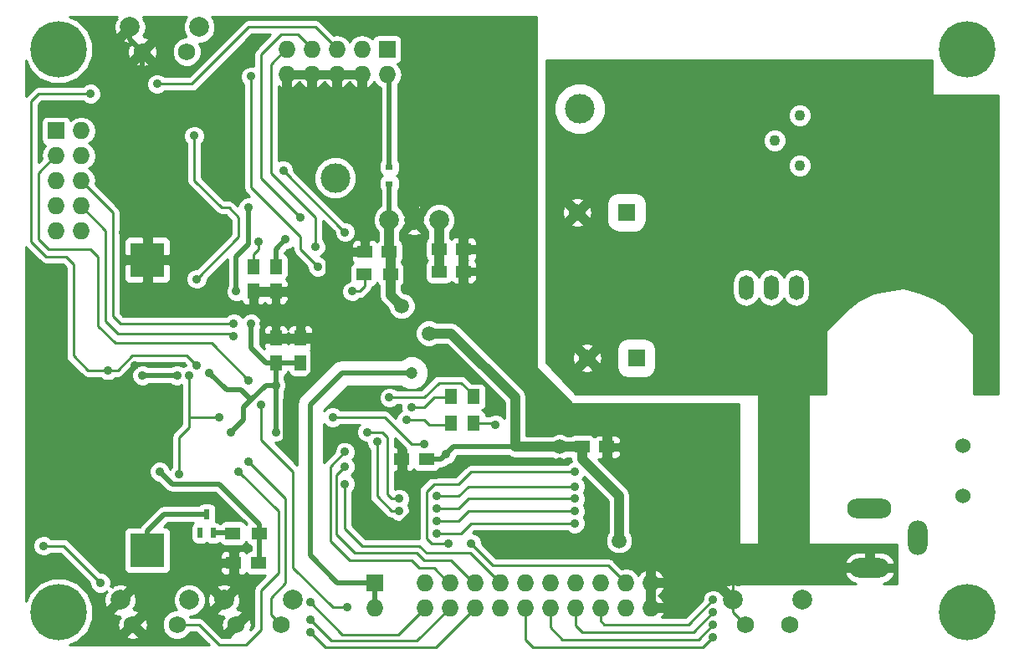
<source format=gbl>
G04 #@! TF.FileFunction,Copper,L2,Bot,Signal*
%FSLAX46Y46*%
G04 Gerber Fmt 4.6, Leading zero omitted, Abs format (unit mm)*
G04 Created by KiCad (PCBNEW 4.0.4-stable) date 11/22/16 21:10:50*
%MOMM*%
%LPD*%
G01*
G04 APERTURE LIST*
%ADD10C,0.100000*%
%ADD11C,3.000000*%
%ADD12R,1.727200X1.727200*%
%ADD13O,1.727200X1.727200*%
%ADD14R,1.500000X1.300000*%
%ADD15R,0.800000X0.600000*%
%ADD16C,1.524000*%
%ADD17R,0.599440X1.000760*%
%ADD18C,1.700000*%
%ADD19R,1.700000X1.700000*%
%ADD20R,1.250000X1.500000*%
%ADD21R,1.500000X1.250000*%
%ADD22R,1.300000X1.500000*%
%ADD23C,5.700000*%
%ADD24O,1.501140X2.499360*%
%ADD25R,3.500000X3.500000*%
%ADD26O,4.000000X2.000000*%
%ADD27O,4.500000X2.000000*%
%ADD28O,2.000000X3.500000*%
%ADD29C,1.750000*%
%ADD30C,2.000000*%
%ADD31C,1.100000*%
%ADD32C,1.500000*%
%ADD33C,0.889000*%
%ADD34C,1.200000*%
%ADD35C,0.500000*%
%ADD36C,0.254000*%
%ADD37C,1.000000*%
G04 APERTURE END LIST*
D10*
D11*
X146500000Y-72000000D03*
X171250000Y-65000000D03*
D12*
X118250000Y-67250000D03*
D13*
X120790000Y-67250000D03*
X118250000Y-69790000D03*
X120790000Y-69790000D03*
X118250000Y-72330000D03*
X120790000Y-72330000D03*
X118250000Y-74870000D03*
X120790000Y-74870000D03*
X118250000Y-77410000D03*
X120790000Y-77410000D03*
D14*
X152100000Y-81750000D03*
X149400000Y-81750000D03*
D12*
X150500000Y-113000000D03*
D13*
X150500000Y-115540000D03*
X155580000Y-113000000D03*
X155580000Y-115540000D03*
X158120000Y-113000000D03*
X158120000Y-115540000D03*
X160660000Y-113000000D03*
X160660000Y-115540000D03*
X163200000Y-113000000D03*
X163200000Y-115540000D03*
X165740000Y-113000000D03*
X165740000Y-115540000D03*
X168280000Y-113000000D03*
X168280000Y-115540000D03*
X170820000Y-113000000D03*
X170820000Y-115540000D03*
X173360000Y-113000000D03*
X173360000Y-115540000D03*
X175900000Y-113000000D03*
X175900000Y-115540000D03*
X178440000Y-113000000D03*
X178440000Y-115540000D03*
D15*
X152000000Y-70900000D03*
X152000000Y-72600000D03*
D16*
X210000000Y-99170000D03*
X210000000Y-104250000D03*
D17*
X132849760Y-107949960D03*
X134150240Y-107949960D03*
X133500000Y-106050040D03*
D18*
X171000000Y-75500000D03*
D19*
X176000000Y-75500000D03*
D18*
X172000000Y-90250000D03*
D19*
X177000000Y-90250000D03*
D20*
X140500000Y-81000000D03*
X140500000Y-83500000D03*
X143000000Y-90750000D03*
X143000000Y-88250000D03*
X140500000Y-90750000D03*
X140500000Y-88250000D03*
X138250000Y-81000000D03*
X138250000Y-83500000D03*
D21*
X136250000Y-111000000D03*
X138750000Y-111000000D03*
X171500000Y-99250000D03*
X174000000Y-99250000D03*
X155750000Y-100500000D03*
X153250000Y-100500000D03*
X152000000Y-79500000D03*
X149500000Y-79500000D03*
X157000000Y-81500000D03*
X159500000Y-81500000D03*
X157000000Y-79250000D03*
X159500000Y-79250000D03*
D22*
X160500000Y-94150000D03*
X160500000Y-96850000D03*
X158250000Y-94150000D03*
X158250000Y-96850000D03*
D14*
X138850000Y-108000000D03*
X136150000Y-108000000D03*
D23*
X118500000Y-116000000D03*
X118500000Y-59000000D03*
X210500000Y-59000000D03*
X210500000Y-116000000D03*
D12*
X151750000Y-59000000D03*
D13*
X151750000Y-61540000D03*
X149210000Y-59000000D03*
X149210000Y-61540000D03*
X146670000Y-59000000D03*
X146670000Y-61540000D03*
X144130000Y-59000000D03*
X144130000Y-61540000D03*
X141590000Y-59000000D03*
X141590000Y-61540000D03*
D24*
X190625000Y-83125000D03*
X193165000Y-83125000D03*
X188085000Y-83125000D03*
D25*
X127500000Y-109700000D03*
X127500000Y-80300000D03*
D26*
X200600000Y-111500000D03*
D27*
X200600000Y-105500000D03*
D28*
X205500000Y-108450000D03*
D29*
X130500000Y-117240000D03*
X126000000Y-117240000D03*
D30*
X131755000Y-114750000D03*
X124745000Y-114750000D03*
D29*
X141000000Y-117240000D03*
X136500000Y-117240000D03*
D30*
X142255000Y-114750000D03*
X135245000Y-114750000D03*
D29*
X192500000Y-117240000D03*
X188000000Y-117240000D03*
D30*
X193755000Y-114750000D03*
X186745000Y-114750000D03*
D29*
X131500000Y-59240000D03*
X127000000Y-59240000D03*
D30*
X132755000Y-56750000D03*
X125745000Y-56750000D03*
X151960000Y-76250000D03*
X154500000Y-76250000D03*
X157040000Y-76250000D03*
D31*
X190960000Y-68250000D03*
X193500000Y-65710000D03*
X193500000Y-70790000D03*
D32*
X156250000Y-66250000D03*
X161000000Y-56750000D03*
D33*
X146000000Y-77750000D03*
D32*
X134000000Y-111500000D03*
X141750000Y-99250000D03*
X127500000Y-83750000D03*
X118000000Y-83750000D03*
D33*
X169750000Y-84500000D03*
X170750000Y-84000000D03*
X181750000Y-70500000D03*
X173250000Y-110250000D03*
X199750000Y-75750000D03*
X198250000Y-75750000D03*
X184250000Y-70500000D03*
X196500000Y-73000000D03*
X169250000Y-100750000D03*
X125000000Y-77500000D03*
X127500000Y-75500000D03*
X183000000Y-71750000D03*
X181750000Y-71750000D03*
X183000000Y-70500000D03*
X184250000Y-71750000D03*
X183000000Y-69250000D03*
X184250000Y-69250000D03*
X181750000Y-69250000D03*
X205750000Y-77750000D03*
X204500000Y-77750000D03*
X205750000Y-75500000D03*
X204500000Y-75500000D03*
X170750000Y-82500000D03*
X169750000Y-83000000D03*
X169750000Y-81750000D03*
X172000000Y-83250000D03*
X152000000Y-108250000D03*
X118000000Y-104500000D03*
X118000000Y-96750000D03*
X126250000Y-91000000D03*
X139250000Y-86750000D03*
X138750000Y-78500000D03*
X121750000Y-63500000D03*
X128500000Y-62500000D03*
X123500000Y-91500000D03*
X132500000Y-91000000D03*
X128750000Y-101750000D03*
X136750000Y-101750000D03*
X137750000Y-100750000D03*
X137750000Y-92500000D03*
X146250000Y-96250000D03*
X155500000Y-99000000D03*
X170750000Y-107000000D03*
X156750000Y-108000000D03*
X153000000Y-104500000D03*
X149750000Y-97750000D03*
X170750000Y-103250000D03*
X156750000Y-104250000D03*
X153000000Y-105750000D03*
X150750000Y-98750000D03*
X170750000Y-104500000D03*
X156750000Y-105500000D03*
X152000000Y-94250000D03*
X138000000Y-61750000D03*
X144750000Y-81000000D03*
X144500000Y-79000000D03*
X154250000Y-95250000D03*
X143000000Y-76000000D03*
X134750000Y-96250000D03*
X131750000Y-92000000D03*
X130750000Y-102000000D03*
X136250000Y-88000000D03*
X136250000Y-86750000D03*
X162750000Y-97000000D03*
X153750000Y-96500000D03*
X170750000Y-105750000D03*
X156750000Y-106750000D03*
X158000000Y-109000000D03*
X170750000Y-101750000D03*
D34*
X154250000Y-91750000D03*
D33*
X117000000Y-109250000D03*
X122750000Y-113000000D03*
X140500000Y-97750000D03*
X136500000Y-83500000D03*
X138000000Y-86750000D03*
X141500000Y-78250000D03*
X157750000Y-100000000D03*
D32*
X175250000Y-108750000D03*
X169250000Y-99250000D03*
X156000000Y-87750000D03*
X153250000Y-85000000D03*
D33*
X133750000Y-91750000D03*
X136000000Y-97750000D03*
X137750000Y-75000000D03*
X127000000Y-92000000D03*
X130500000Y-92000000D03*
X140500000Y-93000000D03*
X132500000Y-82250000D03*
X132250000Y-67750000D03*
X141250000Y-71250000D03*
X147500000Y-77500000D03*
X139000000Y-95000000D03*
X147750000Y-115500000D03*
X160250000Y-109000000D03*
X144000000Y-115000000D03*
X144000000Y-116750000D03*
X147500000Y-99750000D03*
X144000000Y-118000000D03*
X147500000Y-101250000D03*
X147500000Y-103000000D03*
X184750000Y-118500000D03*
X184750000Y-117250000D03*
X184750000Y-116000000D03*
X184750000Y-114750000D03*
X148250000Y-83500000D03*
D35*
X133500000Y-106050040D02*
X129199960Y-106050040D01*
X129199960Y-106050040D02*
X127500000Y-107750000D01*
X127500000Y-107750000D02*
X127500000Y-109700000D01*
D36*
X146000000Y-77750000D02*
X147250000Y-79000000D01*
X147250000Y-79000000D02*
X147250000Y-79500000D01*
D35*
X145750000Y-81000000D02*
X145750000Y-80500000D01*
X145750000Y-88250000D02*
X145750000Y-81000000D01*
X146750000Y-79500000D02*
X147250000Y-79500000D01*
X147250000Y-79500000D02*
X149500000Y-79500000D01*
X145750000Y-80500000D02*
X146750000Y-79500000D01*
D36*
X149250000Y-79750000D02*
X149500000Y-79500000D01*
D35*
X144250000Y-88250000D02*
X144250000Y-91750000D01*
X144250000Y-91750000D02*
X141500000Y-94500000D01*
X141500000Y-98750000D02*
X141500000Y-94500000D01*
D36*
X141500000Y-99000000D02*
X141750000Y-99250000D01*
X141500000Y-98750000D02*
X141500000Y-99000000D01*
D37*
X118000000Y-84250000D02*
X118000000Y-83750000D01*
D35*
X118000000Y-82750000D02*
X118000000Y-84250000D01*
X118000000Y-84250000D02*
X118000000Y-92500000D01*
D37*
X159500000Y-79250000D02*
X159500000Y-73500000D01*
X158000000Y-72000000D02*
X156250000Y-72000000D01*
X159500000Y-73500000D02*
X158000000Y-72000000D01*
D36*
X186750000Y-113000000D02*
X186750000Y-111500000D01*
D37*
X178440000Y-113000000D02*
X183750000Y-113000000D01*
X183750000Y-113000000D02*
X185250000Y-111500000D01*
X185250000Y-111500000D02*
X186750000Y-111500000D01*
X186750000Y-111500000D02*
X200600000Y-111500000D01*
D36*
X171000000Y-75500000D02*
X172250000Y-74250000D01*
X172250000Y-73250000D02*
X171000000Y-72000000D01*
X172250000Y-74250000D02*
X172250000Y-73250000D01*
X171000000Y-72000000D02*
X171000000Y-72250000D01*
X186745000Y-114750000D02*
X186745000Y-115985000D01*
X186745000Y-115985000D02*
X188000000Y-117240000D01*
D35*
X127000000Y-59240000D02*
X127000000Y-73500000D01*
X127500000Y-74000000D02*
X127500000Y-75500000D01*
X127000000Y-73500000D02*
X127500000Y-74000000D01*
D36*
X186750000Y-113000000D02*
X186750000Y-114745000D01*
X186750000Y-114745000D02*
X186745000Y-114750000D01*
D35*
X136250000Y-111000000D02*
X136250000Y-113745000D01*
X136250000Y-113745000D02*
X135245000Y-114750000D01*
X125745000Y-56750000D02*
X125745000Y-57985000D01*
X125745000Y-57985000D02*
X127000000Y-59240000D01*
D36*
X172500000Y-70500000D02*
X181750000Y-70500000D01*
X171000000Y-72000000D02*
X172500000Y-70500000D01*
D35*
X156250000Y-72000000D02*
X156250000Y-66250000D01*
X173250000Y-110250000D02*
X178500000Y-110250000D01*
X178500000Y-110250000D02*
X178250000Y-110250000D01*
D36*
X174500000Y-92750000D02*
X190000000Y-92750000D01*
X191750000Y-94500000D02*
X191750000Y-111500000D01*
X190000000Y-92750000D02*
X191750000Y-94500000D01*
D35*
X130750000Y-111500000D02*
X129500000Y-112750000D01*
X129500000Y-112750000D02*
X124250000Y-112750000D01*
X124250000Y-112750000D02*
X118000000Y-106500000D01*
X118000000Y-106500000D02*
X118000000Y-104500000D01*
X134000000Y-111500000D02*
X130750000Y-111500000D01*
D36*
X196500000Y-73000000D02*
X198500000Y-73000000D01*
X199750000Y-74250000D02*
X199750000Y-75750000D01*
X198500000Y-73000000D02*
X199750000Y-74250000D01*
X184250000Y-70500000D02*
X189250000Y-70500000D01*
X191750000Y-73000000D02*
X196500000Y-73000000D01*
X189250000Y-70500000D02*
X191750000Y-73000000D01*
D37*
X159500000Y-81500000D02*
X159500000Y-83500000D01*
X156000000Y-84750000D02*
X152500000Y-88250000D01*
X158250000Y-84750000D02*
X156000000Y-84750000D01*
X159500000Y-83500000D02*
X158250000Y-84750000D01*
D35*
X159500000Y-100750000D02*
X169250000Y-100750000D01*
X154750000Y-102250000D02*
X156750000Y-102250000D01*
X156750000Y-102250000D02*
X157250000Y-101750000D01*
X159500000Y-100750000D02*
X158500000Y-101750000D01*
X157250000Y-101750000D02*
X158500000Y-101750000D01*
X174000000Y-99250000D02*
X178500000Y-99250000D01*
D37*
X178440000Y-115540000D02*
X178440000Y-113000000D01*
X178440000Y-113000000D02*
X178500000Y-112940000D01*
X178500000Y-112940000D02*
X178500000Y-110250000D01*
X178500000Y-110250000D02*
X178500000Y-99250000D01*
X174500000Y-92750000D02*
X172000000Y-90250000D01*
D35*
X156250000Y-72000000D02*
X156250000Y-71750000D01*
D37*
X155750000Y-72000000D02*
X154500000Y-73250000D01*
X155750000Y-72000000D02*
X156250000Y-72000000D01*
X154500000Y-73250000D02*
X154500000Y-76250000D01*
X152500000Y-88250000D02*
X143000000Y-88250000D01*
X159500000Y-79250000D02*
X159500000Y-81500000D01*
D35*
X144250000Y-88250000D02*
X145750000Y-88250000D01*
X125000000Y-77500000D02*
X127500000Y-77500000D01*
X127500000Y-77500000D02*
X127250000Y-77500000D01*
X127500000Y-80300000D02*
X127500000Y-77500000D01*
X127500000Y-77500000D02*
X127500000Y-75500000D01*
X141590000Y-61540000D02*
X144130000Y-61540000D01*
X146670000Y-61540000D02*
X149210000Y-61540000D01*
X144130000Y-61540000D02*
X146670000Y-61540000D01*
D36*
X186745000Y-113005000D02*
X186750000Y-113000000D01*
X188250000Y-111500000D02*
X191750000Y-111500000D01*
X191750000Y-111500000D02*
X200650000Y-111500000D01*
X149250000Y-79750000D02*
X149500000Y-79500000D01*
D35*
X152000000Y-108250000D02*
X153250000Y-107000000D01*
X118000000Y-96750000D02*
X118000000Y-96500000D01*
X118000000Y-104500000D02*
X118000000Y-104750000D01*
X118000000Y-104500000D02*
X118000000Y-96500000D01*
X118000000Y-92500000D02*
X118000000Y-96500000D01*
X127800000Y-80000000D02*
X127500000Y-80300000D01*
D36*
X124750000Y-92500000D02*
X124500000Y-92500000D01*
X126250000Y-91000000D02*
X124750000Y-92500000D01*
D35*
X140500000Y-85500000D02*
X128500000Y-85500000D01*
X127500000Y-84500000D02*
X127500000Y-83750000D01*
X128500000Y-85500000D02*
X127500000Y-84500000D01*
X127500000Y-83750000D02*
X127500000Y-82750000D01*
X127500000Y-82750000D02*
X127500000Y-80300000D01*
X140500000Y-86750000D02*
X140500000Y-85500000D01*
X140500000Y-85500000D02*
X140500000Y-83500000D01*
X138250000Y-83500000D02*
X140500000Y-83500000D01*
X153500000Y-106750000D02*
X153250000Y-107000000D01*
X153250000Y-107000000D02*
X154750000Y-105500000D01*
X154750000Y-105500000D02*
X154750000Y-102250000D01*
X153250000Y-100500000D02*
X153250000Y-101750000D01*
X153250000Y-101750000D02*
X153750000Y-102250000D01*
X153750000Y-102250000D02*
X154750000Y-102250000D01*
D36*
X118500000Y-92500000D02*
X118000000Y-92500000D01*
X118000000Y-92500000D02*
X118250000Y-92500000D01*
D35*
X139250000Y-86750000D02*
X140500000Y-86750000D01*
X140500000Y-86750000D02*
X140500000Y-88250000D01*
X140500000Y-88250000D02*
X143000000Y-88250000D01*
D36*
X124500000Y-92500000D02*
X124250000Y-92500000D01*
X124500000Y-92500000D02*
X124250000Y-92500000D01*
X124250000Y-92500000D02*
X118500000Y-92500000D01*
X118500000Y-92500000D02*
X118450000Y-92500000D01*
D35*
X136250000Y-111000000D02*
X134500000Y-111000000D01*
X134500000Y-111000000D02*
X134000000Y-111500000D01*
X144250000Y-88250000D02*
X143000000Y-88250000D01*
X143000000Y-88250000D02*
X144000000Y-88250000D01*
X145750000Y-88250000D02*
X145750000Y-88000000D01*
D37*
X157000000Y-81500000D02*
X157000000Y-79250000D01*
X157000000Y-79250000D02*
X157000000Y-76290000D01*
X157000000Y-76290000D02*
X157040000Y-76250000D01*
D36*
X138750000Y-78500000D02*
X138750000Y-79250000D01*
X138250000Y-81000000D02*
X138250000Y-79750000D01*
X138750000Y-79250000D02*
X138250000Y-79750000D01*
X144500000Y-56750000D02*
X137750000Y-56750000D01*
X132000000Y-62500000D02*
X128500000Y-62500000D01*
X137750000Y-56750000D02*
X132000000Y-62500000D01*
X116500000Y-63500000D02*
X121750000Y-63500000D01*
X115750000Y-78500000D02*
X115750000Y-64250000D01*
X120000000Y-80750000D02*
X119250000Y-80000000D01*
X119250000Y-80000000D02*
X117250000Y-80000000D01*
X117250000Y-80000000D02*
X115750000Y-78500000D01*
X123500000Y-91500000D02*
X121500000Y-91500000D01*
X120000000Y-90000000D02*
X120000000Y-80750000D01*
X121500000Y-91500000D02*
X120000000Y-90000000D01*
X115750000Y-64250000D02*
X116500000Y-63500000D01*
X144500000Y-56750000D02*
X146670000Y-58920000D01*
X126000000Y-90000000D02*
X131500000Y-90000000D01*
X123500000Y-91500000D02*
X124500000Y-91500000D01*
X124500000Y-91500000D02*
X126000000Y-90000000D01*
X131500000Y-90000000D02*
X132500000Y-91000000D01*
D35*
X134750000Y-103000000D02*
X138850000Y-107100000D01*
X138850000Y-108000000D02*
X138850000Y-107100000D01*
X130000000Y-103000000D02*
X128750000Y-101750000D01*
X134750000Y-103000000D02*
X130000000Y-103000000D01*
X138850000Y-108000000D02*
X138850000Y-110900000D01*
X138850000Y-110900000D02*
X138750000Y-111000000D01*
X152000000Y-70900000D02*
X152000000Y-61790000D01*
X152000000Y-61790000D02*
X151750000Y-61540000D01*
X134150240Y-107949960D02*
X136099960Y-107949960D01*
X136099960Y-107949960D02*
X136150000Y-108000000D01*
X136134000Y-108016000D02*
X136150000Y-108000000D01*
D36*
X130500000Y-117240000D02*
X132740000Y-117240000D01*
X139000000Y-117750000D02*
X139000000Y-113750000D01*
X137500000Y-119250000D02*
X139000000Y-117750000D01*
X134750000Y-119250000D02*
X137500000Y-119250000D01*
X132740000Y-117240000D02*
X134750000Y-119250000D01*
X139000000Y-113750000D02*
X140750000Y-112000000D01*
X136750000Y-101750000D02*
X140750000Y-105750000D01*
X140750000Y-105750000D02*
X140750000Y-112000000D01*
X141500000Y-113000000D02*
X140000000Y-114500000D01*
X137750000Y-100750000D02*
X141500000Y-104500000D01*
X141500000Y-104500000D02*
X141500000Y-113000000D01*
X140000000Y-116240000D02*
X141000000Y-117240000D01*
X140000000Y-114500000D02*
X140000000Y-116240000D01*
X137750000Y-92500000D02*
X134000000Y-88750000D01*
X116500000Y-71500000D02*
X116500000Y-78250000D01*
X124250000Y-88750000D02*
X134000000Y-88750000D01*
X116500000Y-78250000D02*
X117500000Y-79250000D01*
X117500000Y-79250000D02*
X121750000Y-79250000D01*
X121750000Y-79250000D02*
X122500000Y-80000000D01*
X122500000Y-80000000D02*
X122500000Y-87000000D01*
X122500000Y-87000000D02*
X124250000Y-88750000D01*
X116500000Y-71500000D02*
X118210000Y-69790000D01*
X118250000Y-69790000D02*
X118210000Y-69790000D01*
X154250000Y-99000000D02*
X151500000Y-96250000D01*
X155500000Y-99000000D02*
X154250000Y-99000000D01*
X151500000Y-96250000D02*
X146250000Y-96250000D01*
X170750000Y-107000000D02*
X160250000Y-107000000D01*
X159250000Y-108000000D02*
X156750000Y-108000000D01*
X160250000Y-107000000D02*
X159250000Y-108000000D01*
X149750000Y-97750000D02*
X151250000Y-97750000D01*
X153000000Y-104500000D02*
X152250000Y-104500000D01*
X152250000Y-104500000D02*
X151750000Y-104000000D01*
X151250000Y-97750000D02*
X151750000Y-98250000D01*
X151750000Y-98250000D02*
X151750000Y-104000000D01*
X170750000Y-103250000D02*
X160000000Y-103250000D01*
X159000000Y-104250000D02*
X156750000Y-104250000D01*
X160000000Y-103250000D02*
X159000000Y-104250000D01*
X150750000Y-104250000D02*
X152250000Y-105750000D01*
X152250000Y-105750000D02*
X153000000Y-105750000D01*
X150750000Y-98750000D02*
X150750000Y-104250000D01*
X170750000Y-104500000D02*
X160000000Y-104500000D01*
X159000000Y-105500000D02*
X156750000Y-105500000D01*
X160000000Y-104500000D02*
X159000000Y-105500000D01*
X160500000Y-94150000D02*
X160500000Y-94000000D01*
X160500000Y-94000000D02*
X159250000Y-92750000D01*
X159250000Y-92750000D02*
X157000000Y-92750000D01*
X157000000Y-92750000D02*
X155500000Y-94250000D01*
X155500000Y-94250000D02*
X152000000Y-94250000D01*
X138000000Y-73000000D02*
X138000000Y-61750000D01*
X143000000Y-78000000D02*
X138000000Y-73000000D01*
X143000000Y-79250000D02*
X143000000Y-78000000D01*
X144750000Y-81000000D02*
X143000000Y-79250000D01*
X144500000Y-79000000D02*
X144500000Y-76000000D01*
X141500000Y-59000000D02*
X141590000Y-59000000D01*
X140000000Y-60500000D02*
X141500000Y-59000000D01*
X140000000Y-71500000D02*
X140000000Y-60500000D01*
X144500000Y-76000000D02*
X140000000Y-71500000D01*
X156500000Y-94250000D02*
X158150000Y-94250000D01*
X155500000Y-95250000D02*
X156500000Y-94250000D01*
X154250000Y-95250000D02*
X155500000Y-95250000D01*
X158150000Y-94250000D02*
X158250000Y-94150000D01*
X144130000Y-59000000D02*
X144130000Y-58880000D01*
X144130000Y-58880000D02*
X142750000Y-57500000D01*
X143000000Y-76000000D02*
X139000000Y-72000000D01*
X139000000Y-72000000D02*
X139000000Y-59500000D01*
X139000000Y-59500000D02*
X141000000Y-57500000D01*
X141000000Y-57500000D02*
X142750000Y-57500000D01*
X118250000Y-72330000D02*
X118170000Y-72330000D01*
X118250000Y-74870000D02*
X118250000Y-75000000D01*
X134750000Y-96250000D02*
X131750000Y-96250000D01*
X131750000Y-92000000D02*
X131750000Y-96250000D01*
X131750000Y-96250000D02*
X131750000Y-97250000D01*
X130750000Y-102000000D02*
X130750000Y-98250000D01*
X131750000Y-97250000D02*
X130750000Y-98250000D01*
X124500000Y-87750000D02*
X123250000Y-86500000D01*
X136250000Y-88000000D02*
X136000000Y-87750000D01*
X136000000Y-87750000D02*
X124500000Y-87750000D01*
X123250000Y-77330000D02*
X120790000Y-74870000D01*
X123250000Y-86500000D02*
X123250000Y-77330000D01*
X120790000Y-72330000D02*
X120830000Y-72330000D01*
X120830000Y-72330000D02*
X124000000Y-75500000D01*
X124000000Y-75500000D02*
X124000000Y-86000000D01*
X124000000Y-86000000D02*
X124750000Y-86750000D01*
X136250000Y-86750000D02*
X124750000Y-86750000D01*
X162600000Y-96850000D02*
X160500000Y-96850000D01*
X162750000Y-97000000D02*
X162600000Y-96850000D01*
X156000000Y-97000000D02*
X158100000Y-97000000D01*
X155500000Y-96500000D02*
X156000000Y-97000000D01*
X153750000Y-96500000D02*
X155500000Y-96500000D01*
X158100000Y-97000000D02*
X158250000Y-96850000D01*
X170750000Y-105750000D02*
X160000000Y-105750000D01*
X159000000Y-106750000D02*
X156750000Y-106750000D01*
X160000000Y-105750000D02*
X159000000Y-106750000D01*
X160250000Y-101750000D02*
X159000000Y-103000000D01*
X158000000Y-109000000D02*
X156250000Y-109000000D01*
X170750000Y-101750000D02*
X160250000Y-101750000D01*
X159000000Y-103000000D02*
X156500000Y-103000000D01*
X156250000Y-109000000D02*
X155750000Y-108500000D01*
X155750000Y-103750000D02*
X155750000Y-108500000D01*
X155750000Y-103750000D02*
X156500000Y-103000000D01*
D35*
X144000000Y-95000000D02*
X144000000Y-110250000D01*
X154250000Y-91750000D02*
X147250000Y-91750000D01*
X147250000Y-91750000D02*
X144000000Y-95000000D01*
X144000000Y-110250000D02*
X146750000Y-113000000D01*
X150500000Y-113000000D02*
X146750000Y-113000000D01*
X150500000Y-113000000D02*
X150500000Y-115540000D01*
D36*
X119000000Y-109250000D02*
X122750000Y-113000000D01*
X117000000Y-109250000D02*
X119000000Y-109250000D01*
D35*
X140500000Y-97750000D02*
X140500000Y-93000000D01*
X139500000Y-90750000D02*
X138000000Y-89250000D01*
X138000000Y-86750000D02*
X138000000Y-89250000D01*
X140500000Y-90750000D02*
X139500000Y-90750000D01*
X136500000Y-83500000D02*
X136500000Y-80000000D01*
X141500000Y-78250000D02*
X140500000Y-79250000D01*
X140500000Y-81000000D02*
X140500000Y-79250000D01*
D37*
X156000000Y-87750000D02*
X158250000Y-87750000D01*
X158250000Y-87750000D02*
X164750000Y-94250000D01*
D35*
X158500000Y-99250000D02*
X164750000Y-99250000D01*
X157750000Y-100000000D02*
X158500000Y-99250000D01*
X157750000Y-100000000D02*
X157250000Y-100500000D01*
X157250000Y-100500000D02*
X155750000Y-100500000D01*
D37*
X175250000Y-108750000D02*
X175250000Y-104250000D01*
X171500000Y-100500000D02*
X175250000Y-104250000D01*
X171500000Y-100500000D02*
X171500000Y-99250000D01*
X164750000Y-99250000D02*
X169250000Y-99250000D01*
X169250000Y-99250000D02*
X171500000Y-99250000D01*
X152100000Y-83850000D02*
X152100000Y-81750000D01*
X152100000Y-83850000D02*
X153250000Y-85000000D01*
X164750000Y-94250000D02*
X164750000Y-99250000D01*
D35*
X133750000Y-91750000D02*
X135500000Y-93500000D01*
X137000000Y-93500000D02*
X138000000Y-94500000D01*
X135500000Y-93500000D02*
X137000000Y-93500000D01*
X136000000Y-97750000D02*
X137250000Y-96500000D01*
X138000000Y-94500000D02*
X137250000Y-95250000D01*
X137250000Y-96500000D02*
X137250000Y-95250000D01*
X137750000Y-78750000D02*
X137750000Y-75000000D01*
X136500000Y-80000000D02*
X137750000Y-78750000D01*
X140500000Y-93000000D02*
X139500000Y-93000000D01*
X139500000Y-93000000D02*
X138000000Y-94500000D01*
D37*
X152100000Y-81750000D02*
X152100000Y-79600000D01*
X152100000Y-79600000D02*
X152000000Y-79500000D01*
D35*
X152000000Y-72600000D02*
X152000000Y-76210000D01*
X152000000Y-76210000D02*
X151960000Y-76250000D01*
D37*
X151960000Y-76250000D02*
X151960000Y-79460000D01*
X151960000Y-79460000D02*
X152000000Y-79500000D01*
D35*
X130500000Y-92000000D02*
X127000000Y-92000000D01*
X140500000Y-93000000D02*
X140500000Y-90750000D01*
X140500000Y-90750000D02*
X143000000Y-90750000D01*
D36*
X136750000Y-78000000D02*
X136750000Y-76000000D01*
X132500000Y-82250000D02*
X136750000Y-78000000D01*
X132250000Y-72250000D02*
X132250000Y-67750000D01*
X135000000Y-75000000D02*
X132250000Y-72250000D01*
X135750000Y-75000000D02*
X135000000Y-75000000D01*
X136750000Y-76000000D02*
X135750000Y-75000000D01*
X141250000Y-71250000D02*
X147500000Y-77500000D01*
X142250000Y-111500000D02*
X146250000Y-115500000D01*
X142250000Y-101750000D02*
X142250000Y-111500000D01*
X139000000Y-98500000D02*
X142250000Y-101750000D01*
X139000000Y-95000000D02*
X139000000Y-98500000D01*
X146250000Y-115500000D02*
X147750000Y-115500000D01*
X174150000Y-111250000D02*
X175900000Y-113000000D01*
X162500000Y-111250000D02*
X174150000Y-111250000D01*
X160250000Y-109000000D02*
X162500000Y-111250000D01*
X144000000Y-115000000D02*
X147250000Y-118250000D01*
X147250000Y-118250000D02*
X152870000Y-118250000D01*
X155580000Y-115540000D02*
X152870000Y-118250000D01*
X155580000Y-113000000D02*
X155500000Y-113000000D01*
X146125000Y-118875000D02*
X154785000Y-118875000D01*
X144000000Y-116750000D02*
X146125000Y-118875000D01*
X154785000Y-118875000D02*
X158120000Y-115540000D01*
X158120000Y-115540000D02*
X158120000Y-115630000D01*
X148000000Y-110750000D02*
X154250000Y-110750000D01*
X154250000Y-110750000D02*
X155000000Y-111500000D01*
X146000000Y-101250000D02*
X147500000Y-99750000D01*
X146000000Y-108750000D02*
X146000000Y-101250000D01*
X148000000Y-110750000D02*
X146000000Y-108750000D01*
X156500000Y-111500000D02*
X155000000Y-111500000D01*
X158000000Y-113000000D02*
X156500000Y-111500000D01*
X158120000Y-113000000D02*
X158000000Y-113000000D01*
X156700000Y-119500000D02*
X160660000Y-115540000D01*
X145500000Y-119500000D02*
X156700000Y-119500000D01*
X144000000Y-118000000D02*
X145500000Y-119500000D01*
X148500000Y-110000000D02*
X154750000Y-110000000D01*
X154750000Y-110000000D02*
X155500000Y-110750000D01*
X146625000Y-102125000D02*
X146625000Y-108125000D01*
X148500000Y-110000000D02*
X146625000Y-108125000D01*
X158250000Y-110750000D02*
X155500000Y-110750000D01*
X160500000Y-113000000D02*
X158250000Y-110750000D01*
X147500000Y-101250000D02*
X146625000Y-102125000D01*
X160660000Y-113000000D02*
X160500000Y-113000000D01*
X149250000Y-109250000D02*
X155000000Y-109250000D01*
X155000000Y-109250000D02*
X155750000Y-110000000D01*
X155750000Y-110000000D02*
X160200000Y-110000000D01*
X160200000Y-110000000D02*
X163200000Y-113000000D01*
X147500000Y-103000000D02*
X147500000Y-107500000D01*
X147500000Y-107500000D02*
X149250000Y-109250000D01*
X184750000Y-118500000D02*
X183750000Y-119500000D01*
X166500000Y-119500000D02*
X165740000Y-118740000D01*
X183750000Y-119500000D02*
X166500000Y-119500000D01*
X165740000Y-118740000D02*
X165740000Y-115540000D01*
X184750000Y-117250000D02*
X183250000Y-118750000D01*
X168280000Y-117530000D02*
X169500000Y-118750000D01*
X168280000Y-115540000D02*
X168280000Y-117530000D01*
X183250000Y-118750000D02*
X169500000Y-118750000D01*
X170820000Y-115540000D02*
X170820000Y-117320000D01*
X170820000Y-117320000D02*
X171500000Y-118000000D01*
X182750000Y-118000000D02*
X184750000Y-116000000D01*
X171500000Y-118000000D02*
X182750000Y-118000000D01*
X173360000Y-115540000D02*
X173360000Y-116860000D01*
X182250000Y-117250000D02*
X184750000Y-114750000D01*
X173750000Y-117250000D02*
X182250000Y-117250000D01*
X173360000Y-116860000D02*
X173750000Y-117250000D01*
X148250000Y-83500000D02*
X149000000Y-83500000D01*
X149000000Y-83500000D02*
X149500000Y-83000000D01*
X149500000Y-83000000D02*
X149500000Y-81850000D01*
X149500000Y-81850000D02*
X149400000Y-81750000D01*
G36*
X115185250Y-79000000D02*
X115211185Y-79038815D01*
X116711184Y-80538815D01*
X116912006Y-80673000D01*
X116958395Y-80703996D01*
X117250000Y-80762000D01*
X118934370Y-80762000D01*
X119238000Y-81065630D01*
X119238000Y-90000000D01*
X119296004Y-90291605D01*
X119382254Y-90420687D01*
X119461185Y-90538815D01*
X120961184Y-92038815D01*
X121123753Y-92147440D01*
X121208395Y-92203996D01*
X121500000Y-92262000D01*
X122735358Y-92262000D01*
X122887714Y-92414622D01*
X123284332Y-92579313D01*
X123713784Y-92579687D01*
X124110689Y-92415689D01*
X124264646Y-92262000D01*
X124500000Y-92262000D01*
X124791605Y-92203996D01*
X125038815Y-92038815D01*
X126315631Y-90762000D01*
X131184370Y-90762000D01*
X131399268Y-90976899D01*
X131139311Y-91084311D01*
X131125241Y-91098356D01*
X131112286Y-91085378D01*
X130715668Y-90920687D01*
X130286216Y-90920313D01*
X129889311Y-91084311D01*
X129858568Y-91115000D01*
X127641856Y-91115000D01*
X127612286Y-91085378D01*
X127215668Y-90920687D01*
X126786216Y-90920313D01*
X126389311Y-91084311D01*
X126085378Y-91387714D01*
X125920687Y-91784332D01*
X125920313Y-92213784D01*
X126084311Y-92610689D01*
X126387714Y-92914622D01*
X126784332Y-93079313D01*
X127213784Y-93079687D01*
X127610689Y-92915689D01*
X127641432Y-92885000D01*
X129858144Y-92885000D01*
X129887714Y-92914622D01*
X130284332Y-93079313D01*
X130713784Y-93079687D01*
X130988000Y-92966383D01*
X130988000Y-96934369D01*
X130211185Y-97711185D01*
X130046004Y-97958395D01*
X129988000Y-98250000D01*
X129988000Y-101235358D01*
X129835378Y-101387714D01*
X129801770Y-101468651D01*
X129665689Y-101139311D01*
X129362286Y-100835378D01*
X128965668Y-100670687D01*
X128536216Y-100670313D01*
X128139311Y-100834311D01*
X127835378Y-101137714D01*
X127670687Y-101534332D01*
X127670313Y-101963784D01*
X127834311Y-102360689D01*
X128137714Y-102664622D01*
X128534332Y-102829313D01*
X128577771Y-102829351D01*
X129374208Y-103625787D01*
X129374210Y-103625790D01*
X129661325Y-103817633D01*
X129717516Y-103828810D01*
X130000000Y-103885001D01*
X130000005Y-103885000D01*
X134383420Y-103885000D01*
X137541304Y-107042883D01*
X137503569Y-107098110D01*
X137500919Y-107111197D01*
X137364090Y-106898559D01*
X137151890Y-106753569D01*
X136900000Y-106702560D01*
X135400000Y-106702560D01*
X135164683Y-106746838D01*
X134948559Y-106885910D01*
X134885299Y-106978494D01*
X134701850Y-106853149D01*
X134449960Y-106802140D01*
X134396185Y-106802140D01*
X134447160Y-106550420D01*
X134447160Y-105549660D01*
X134402882Y-105314343D01*
X134263810Y-105098219D01*
X134051610Y-104953229D01*
X133799720Y-104902220D01*
X133200280Y-104902220D01*
X132964963Y-104946498D01*
X132748839Y-105085570D01*
X132694539Y-105165040D01*
X129199960Y-105165040D01*
X128861285Y-105232407D01*
X128574170Y-105424250D01*
X128574168Y-105424253D01*
X126874210Y-107124210D01*
X126755041Y-107302560D01*
X125750000Y-107302560D01*
X125514683Y-107346838D01*
X125298559Y-107485910D01*
X125153569Y-107698110D01*
X125102560Y-107950000D01*
X125102560Y-111450000D01*
X125146838Y-111685317D01*
X125285910Y-111901441D01*
X125498110Y-112046431D01*
X125750000Y-112097440D01*
X129250000Y-112097440D01*
X129485317Y-112053162D01*
X129701441Y-111914090D01*
X129846431Y-111701890D01*
X129893136Y-111471250D01*
X134865000Y-111471250D01*
X134865000Y-111751310D01*
X134961673Y-111984699D01*
X135140302Y-112163327D01*
X135373691Y-112260000D01*
X135718250Y-112260000D01*
X135877000Y-112101250D01*
X135877000Y-111312500D01*
X135023750Y-111312500D01*
X134865000Y-111471250D01*
X129893136Y-111471250D01*
X129897440Y-111450000D01*
X129897440Y-110248690D01*
X134865000Y-110248690D01*
X134865000Y-110528750D01*
X135023750Y-110687500D01*
X135877000Y-110687500D01*
X135877000Y-109898750D01*
X135718250Y-109740000D01*
X135373691Y-109740000D01*
X135140302Y-109836673D01*
X134961673Y-110015301D01*
X134865000Y-110248690D01*
X129897440Y-110248690D01*
X129897440Y-107950000D01*
X129853162Y-107714683D01*
X129714090Y-107498559D01*
X129501890Y-107353569D01*
X129250000Y-107302560D01*
X129199019Y-107302560D01*
X129566539Y-106935040D01*
X132177001Y-106935040D01*
X132098599Y-106985490D01*
X131953609Y-107197690D01*
X131902600Y-107449580D01*
X131902600Y-108450340D01*
X131946878Y-108685657D01*
X132085950Y-108901781D01*
X132298150Y-109046771D01*
X132550040Y-109097780D01*
X133149480Y-109097780D01*
X133384797Y-109053502D01*
X133499993Y-108979375D01*
X133598630Y-109046771D01*
X133850520Y-109097780D01*
X134449960Y-109097780D01*
X134685277Y-109053502D01*
X134840704Y-108953487D01*
X134935910Y-109101441D01*
X135148110Y-109246431D01*
X135400000Y-109297440D01*
X136900000Y-109297440D01*
X137135317Y-109253162D01*
X137351441Y-109114090D01*
X137496431Y-108901890D01*
X137499081Y-108888803D01*
X137635910Y-109101441D01*
X137848110Y-109246431D01*
X137965000Y-109270102D01*
X137965000Y-109734146D01*
X137764683Y-109771838D01*
X137548559Y-109910910D01*
X137502031Y-109979006D01*
X137359698Y-109836673D01*
X137126309Y-109740000D01*
X136781750Y-109740000D01*
X136623000Y-109898750D01*
X136623000Y-110687500D01*
X136643000Y-110687500D01*
X136643000Y-111312500D01*
X136623000Y-111312500D01*
X136623000Y-112101250D01*
X136781750Y-112260000D01*
X137126309Y-112260000D01*
X137359698Y-112163327D01*
X137500936Y-112022090D01*
X137535910Y-112076441D01*
X137748110Y-112221431D01*
X138000000Y-112272440D01*
X139399929Y-112272440D01*
X138461185Y-113211185D01*
X138296004Y-113458395D01*
X138238000Y-113750000D01*
X138238000Y-117434369D01*
X137944409Y-117727961D01*
X138039520Y-117226008D01*
X137927685Y-116663779D01*
X137703849Y-116563652D01*
X137027502Y-117240000D01*
X137041644Y-117254142D01*
X136514142Y-117781644D01*
X136500000Y-117767502D01*
X135823652Y-118443849D01*
X135843402Y-118488000D01*
X135065631Y-118488000D01*
X133278815Y-116701185D01*
X133170826Y-116629029D01*
X133031605Y-116536004D01*
X132740000Y-116478000D01*
X131818970Y-116478000D01*
X131780862Y-116385771D01*
X131780115Y-116385023D01*
X132078795Y-116385284D01*
X132679943Y-116136894D01*
X132769854Y-116047140D01*
X134475362Y-116047140D01*
X134591749Y-116283708D01*
X135162965Y-116403254D01*
X135149357Y-116416862D01*
X135296148Y-116563653D01*
X135072315Y-116663779D01*
X134960480Y-117253992D01*
X135072315Y-117816221D01*
X135296151Y-117916348D01*
X135972498Y-117240000D01*
X135958356Y-117225858D01*
X136485858Y-116698356D01*
X136500000Y-116712498D01*
X137176348Y-116036151D01*
X137076221Y-115812315D01*
X136622648Y-115726371D01*
X136685762Y-115663257D01*
X136542142Y-115519637D01*
X136778708Y-115403251D01*
X136911949Y-114766600D01*
X136791413Y-114127422D01*
X136778708Y-114096749D01*
X136542140Y-113980362D01*
X135772502Y-114750000D01*
X135786644Y-114764142D01*
X135259142Y-115291644D01*
X135245000Y-115277502D01*
X134475362Y-116047140D01*
X132769854Y-116047140D01*
X133140278Y-115677363D01*
X133389716Y-115076648D01*
X133390015Y-114733400D01*
X133578051Y-114733400D01*
X133698587Y-115372578D01*
X133711292Y-115403251D01*
X133947860Y-115519638D01*
X134717498Y-114750000D01*
X133947860Y-113980362D01*
X133711292Y-114096749D01*
X133578051Y-114733400D01*
X133390015Y-114733400D01*
X133390284Y-114426205D01*
X133141894Y-113825057D01*
X132770348Y-113452860D01*
X134475362Y-113452860D01*
X135245000Y-114222498D01*
X136014638Y-113452860D01*
X135898251Y-113216292D01*
X135261600Y-113083051D01*
X134622422Y-113203587D01*
X134591749Y-113216292D01*
X134475362Y-113452860D01*
X132770348Y-113452860D01*
X132682363Y-113364722D01*
X132081648Y-113115284D01*
X131431205Y-113114716D01*
X130830057Y-113363106D01*
X130369722Y-113822637D01*
X130120284Y-114423352D01*
X130119716Y-115073795D01*
X130368106Y-115674943D01*
X130422999Y-115729932D01*
X130200960Y-115729738D01*
X129645771Y-115959138D01*
X129220630Y-116383537D01*
X128990262Y-116938325D01*
X128989738Y-117539040D01*
X129219138Y-118094229D01*
X129643537Y-118519370D01*
X130198325Y-118749738D01*
X130799040Y-118750262D01*
X131354229Y-118520862D01*
X131779370Y-118096463D01*
X131818594Y-118002000D01*
X132424370Y-118002000D01*
X133737369Y-119315000D01*
X119603059Y-119315000D01*
X120471515Y-118956162D01*
X120984722Y-118443849D01*
X125323652Y-118443849D01*
X125423779Y-118667685D01*
X126013992Y-118779520D01*
X126576221Y-118667685D01*
X126676348Y-118443849D01*
X126000000Y-117767502D01*
X125323652Y-118443849D01*
X120984722Y-118443849D01*
X121452716Y-117976671D01*
X121984394Y-116696251D01*
X121984960Y-116047140D01*
X123975362Y-116047140D01*
X124091749Y-116283708D01*
X124662965Y-116403254D01*
X124649357Y-116416862D01*
X124796148Y-116563653D01*
X124572315Y-116663779D01*
X124460480Y-117253992D01*
X124572315Y-117816221D01*
X124796151Y-117916348D01*
X125472498Y-117240000D01*
X126527502Y-117240000D01*
X127203849Y-117916348D01*
X127427685Y-117816221D01*
X127539520Y-117226008D01*
X127427685Y-116663779D01*
X127203849Y-116563652D01*
X126527502Y-117240000D01*
X125472498Y-117240000D01*
X125458356Y-117225858D01*
X125985858Y-116698356D01*
X126000000Y-116712498D01*
X126676348Y-116036151D01*
X126576221Y-115812315D01*
X126122648Y-115726371D01*
X126185762Y-115663257D01*
X126042142Y-115519637D01*
X126278708Y-115403251D01*
X126411949Y-114766600D01*
X126291413Y-114127422D01*
X126278708Y-114096749D01*
X126042140Y-113980362D01*
X125272502Y-114750000D01*
X125286644Y-114764142D01*
X124759142Y-115291644D01*
X124745000Y-115277502D01*
X123975362Y-116047140D01*
X121984960Y-116047140D01*
X121985603Y-115309832D01*
X121456162Y-114028485D01*
X120476671Y-113047284D01*
X119196251Y-112515606D01*
X117809832Y-112514397D01*
X116528485Y-113043838D01*
X115547284Y-114023329D01*
X115185000Y-114895804D01*
X115185000Y-109463784D01*
X115920313Y-109463784D01*
X116084311Y-109860689D01*
X116387714Y-110164622D01*
X116784332Y-110329313D01*
X117213784Y-110329687D01*
X117610689Y-110165689D01*
X117764646Y-110012000D01*
X118684370Y-110012000D01*
X121670501Y-112998131D01*
X121670313Y-113213784D01*
X121834311Y-113610689D01*
X122137714Y-113914622D01*
X122534332Y-114079313D01*
X122963784Y-114079687D01*
X123360689Y-113915689D01*
X123371946Y-113904451D01*
X123447858Y-113980363D01*
X123211292Y-114096749D01*
X123078051Y-114733400D01*
X123198587Y-115372578D01*
X123211292Y-115403251D01*
X123447860Y-115519638D01*
X124217498Y-114750000D01*
X124203356Y-114735858D01*
X124730858Y-114208356D01*
X124745000Y-114222498D01*
X125514638Y-113452860D01*
X125398251Y-113216292D01*
X124761600Y-113083051D01*
X124122422Y-113203587D01*
X124091749Y-113216292D01*
X123975363Y-113452858D01*
X123831743Y-113309238D01*
X123761144Y-113379837D01*
X123829313Y-113215668D01*
X123829687Y-112786216D01*
X123665689Y-112389311D01*
X123362286Y-112085378D01*
X122965668Y-111920687D01*
X122748128Y-111920498D01*
X119538815Y-108711185D01*
X119424798Y-108635001D01*
X119291605Y-108546004D01*
X119000000Y-108488000D01*
X117764642Y-108488000D01*
X117612286Y-108335378D01*
X117215668Y-108170687D01*
X116786216Y-108170313D01*
X116389311Y-108334311D01*
X116085378Y-108637714D01*
X115920687Y-109034332D01*
X115920313Y-109463784D01*
X115185000Y-109463784D01*
X115185000Y-78999627D01*
X115185250Y-79000000D01*
X115185250Y-79000000D01*
G37*
X115185250Y-79000000D02*
X115211185Y-79038815D01*
X116711184Y-80538815D01*
X116912006Y-80673000D01*
X116958395Y-80703996D01*
X117250000Y-80762000D01*
X118934370Y-80762000D01*
X119238000Y-81065630D01*
X119238000Y-90000000D01*
X119296004Y-90291605D01*
X119382254Y-90420687D01*
X119461185Y-90538815D01*
X120961184Y-92038815D01*
X121123753Y-92147440D01*
X121208395Y-92203996D01*
X121500000Y-92262000D01*
X122735358Y-92262000D01*
X122887714Y-92414622D01*
X123284332Y-92579313D01*
X123713784Y-92579687D01*
X124110689Y-92415689D01*
X124264646Y-92262000D01*
X124500000Y-92262000D01*
X124791605Y-92203996D01*
X125038815Y-92038815D01*
X126315631Y-90762000D01*
X131184370Y-90762000D01*
X131399268Y-90976899D01*
X131139311Y-91084311D01*
X131125241Y-91098356D01*
X131112286Y-91085378D01*
X130715668Y-90920687D01*
X130286216Y-90920313D01*
X129889311Y-91084311D01*
X129858568Y-91115000D01*
X127641856Y-91115000D01*
X127612286Y-91085378D01*
X127215668Y-90920687D01*
X126786216Y-90920313D01*
X126389311Y-91084311D01*
X126085378Y-91387714D01*
X125920687Y-91784332D01*
X125920313Y-92213784D01*
X126084311Y-92610689D01*
X126387714Y-92914622D01*
X126784332Y-93079313D01*
X127213784Y-93079687D01*
X127610689Y-92915689D01*
X127641432Y-92885000D01*
X129858144Y-92885000D01*
X129887714Y-92914622D01*
X130284332Y-93079313D01*
X130713784Y-93079687D01*
X130988000Y-92966383D01*
X130988000Y-96934369D01*
X130211185Y-97711185D01*
X130046004Y-97958395D01*
X129988000Y-98250000D01*
X129988000Y-101235358D01*
X129835378Y-101387714D01*
X129801770Y-101468651D01*
X129665689Y-101139311D01*
X129362286Y-100835378D01*
X128965668Y-100670687D01*
X128536216Y-100670313D01*
X128139311Y-100834311D01*
X127835378Y-101137714D01*
X127670687Y-101534332D01*
X127670313Y-101963784D01*
X127834311Y-102360689D01*
X128137714Y-102664622D01*
X128534332Y-102829313D01*
X128577771Y-102829351D01*
X129374208Y-103625787D01*
X129374210Y-103625790D01*
X129661325Y-103817633D01*
X129717516Y-103828810D01*
X130000000Y-103885001D01*
X130000005Y-103885000D01*
X134383420Y-103885000D01*
X137541304Y-107042883D01*
X137503569Y-107098110D01*
X137500919Y-107111197D01*
X137364090Y-106898559D01*
X137151890Y-106753569D01*
X136900000Y-106702560D01*
X135400000Y-106702560D01*
X135164683Y-106746838D01*
X134948559Y-106885910D01*
X134885299Y-106978494D01*
X134701850Y-106853149D01*
X134449960Y-106802140D01*
X134396185Y-106802140D01*
X134447160Y-106550420D01*
X134447160Y-105549660D01*
X134402882Y-105314343D01*
X134263810Y-105098219D01*
X134051610Y-104953229D01*
X133799720Y-104902220D01*
X133200280Y-104902220D01*
X132964963Y-104946498D01*
X132748839Y-105085570D01*
X132694539Y-105165040D01*
X129199960Y-105165040D01*
X128861285Y-105232407D01*
X128574170Y-105424250D01*
X128574168Y-105424253D01*
X126874210Y-107124210D01*
X126755041Y-107302560D01*
X125750000Y-107302560D01*
X125514683Y-107346838D01*
X125298559Y-107485910D01*
X125153569Y-107698110D01*
X125102560Y-107950000D01*
X125102560Y-111450000D01*
X125146838Y-111685317D01*
X125285910Y-111901441D01*
X125498110Y-112046431D01*
X125750000Y-112097440D01*
X129250000Y-112097440D01*
X129485317Y-112053162D01*
X129701441Y-111914090D01*
X129846431Y-111701890D01*
X129893136Y-111471250D01*
X134865000Y-111471250D01*
X134865000Y-111751310D01*
X134961673Y-111984699D01*
X135140302Y-112163327D01*
X135373691Y-112260000D01*
X135718250Y-112260000D01*
X135877000Y-112101250D01*
X135877000Y-111312500D01*
X135023750Y-111312500D01*
X134865000Y-111471250D01*
X129893136Y-111471250D01*
X129897440Y-111450000D01*
X129897440Y-110248690D01*
X134865000Y-110248690D01*
X134865000Y-110528750D01*
X135023750Y-110687500D01*
X135877000Y-110687500D01*
X135877000Y-109898750D01*
X135718250Y-109740000D01*
X135373691Y-109740000D01*
X135140302Y-109836673D01*
X134961673Y-110015301D01*
X134865000Y-110248690D01*
X129897440Y-110248690D01*
X129897440Y-107950000D01*
X129853162Y-107714683D01*
X129714090Y-107498559D01*
X129501890Y-107353569D01*
X129250000Y-107302560D01*
X129199019Y-107302560D01*
X129566539Y-106935040D01*
X132177001Y-106935040D01*
X132098599Y-106985490D01*
X131953609Y-107197690D01*
X131902600Y-107449580D01*
X131902600Y-108450340D01*
X131946878Y-108685657D01*
X132085950Y-108901781D01*
X132298150Y-109046771D01*
X132550040Y-109097780D01*
X133149480Y-109097780D01*
X133384797Y-109053502D01*
X133499993Y-108979375D01*
X133598630Y-109046771D01*
X133850520Y-109097780D01*
X134449960Y-109097780D01*
X134685277Y-109053502D01*
X134840704Y-108953487D01*
X134935910Y-109101441D01*
X135148110Y-109246431D01*
X135400000Y-109297440D01*
X136900000Y-109297440D01*
X137135317Y-109253162D01*
X137351441Y-109114090D01*
X137496431Y-108901890D01*
X137499081Y-108888803D01*
X137635910Y-109101441D01*
X137848110Y-109246431D01*
X137965000Y-109270102D01*
X137965000Y-109734146D01*
X137764683Y-109771838D01*
X137548559Y-109910910D01*
X137502031Y-109979006D01*
X137359698Y-109836673D01*
X137126309Y-109740000D01*
X136781750Y-109740000D01*
X136623000Y-109898750D01*
X136623000Y-110687500D01*
X136643000Y-110687500D01*
X136643000Y-111312500D01*
X136623000Y-111312500D01*
X136623000Y-112101250D01*
X136781750Y-112260000D01*
X137126309Y-112260000D01*
X137359698Y-112163327D01*
X137500936Y-112022090D01*
X137535910Y-112076441D01*
X137748110Y-112221431D01*
X138000000Y-112272440D01*
X139399929Y-112272440D01*
X138461185Y-113211185D01*
X138296004Y-113458395D01*
X138238000Y-113750000D01*
X138238000Y-117434369D01*
X137944409Y-117727961D01*
X138039520Y-117226008D01*
X137927685Y-116663779D01*
X137703849Y-116563652D01*
X137027502Y-117240000D01*
X137041644Y-117254142D01*
X136514142Y-117781644D01*
X136500000Y-117767502D01*
X135823652Y-118443849D01*
X135843402Y-118488000D01*
X135065631Y-118488000D01*
X133278815Y-116701185D01*
X133170826Y-116629029D01*
X133031605Y-116536004D01*
X132740000Y-116478000D01*
X131818970Y-116478000D01*
X131780862Y-116385771D01*
X131780115Y-116385023D01*
X132078795Y-116385284D01*
X132679943Y-116136894D01*
X132769854Y-116047140D01*
X134475362Y-116047140D01*
X134591749Y-116283708D01*
X135162965Y-116403254D01*
X135149357Y-116416862D01*
X135296148Y-116563653D01*
X135072315Y-116663779D01*
X134960480Y-117253992D01*
X135072315Y-117816221D01*
X135296151Y-117916348D01*
X135972498Y-117240000D01*
X135958356Y-117225858D01*
X136485858Y-116698356D01*
X136500000Y-116712498D01*
X137176348Y-116036151D01*
X137076221Y-115812315D01*
X136622648Y-115726371D01*
X136685762Y-115663257D01*
X136542142Y-115519637D01*
X136778708Y-115403251D01*
X136911949Y-114766600D01*
X136791413Y-114127422D01*
X136778708Y-114096749D01*
X136542140Y-113980362D01*
X135772502Y-114750000D01*
X135786644Y-114764142D01*
X135259142Y-115291644D01*
X135245000Y-115277502D01*
X134475362Y-116047140D01*
X132769854Y-116047140D01*
X133140278Y-115677363D01*
X133389716Y-115076648D01*
X133390015Y-114733400D01*
X133578051Y-114733400D01*
X133698587Y-115372578D01*
X133711292Y-115403251D01*
X133947860Y-115519638D01*
X134717498Y-114750000D01*
X133947860Y-113980362D01*
X133711292Y-114096749D01*
X133578051Y-114733400D01*
X133390015Y-114733400D01*
X133390284Y-114426205D01*
X133141894Y-113825057D01*
X132770348Y-113452860D01*
X134475362Y-113452860D01*
X135245000Y-114222498D01*
X136014638Y-113452860D01*
X135898251Y-113216292D01*
X135261600Y-113083051D01*
X134622422Y-113203587D01*
X134591749Y-113216292D01*
X134475362Y-113452860D01*
X132770348Y-113452860D01*
X132682363Y-113364722D01*
X132081648Y-113115284D01*
X131431205Y-113114716D01*
X130830057Y-113363106D01*
X130369722Y-113822637D01*
X130120284Y-114423352D01*
X130119716Y-115073795D01*
X130368106Y-115674943D01*
X130422999Y-115729932D01*
X130200960Y-115729738D01*
X129645771Y-115959138D01*
X129220630Y-116383537D01*
X128990262Y-116938325D01*
X128989738Y-117539040D01*
X129219138Y-118094229D01*
X129643537Y-118519370D01*
X130198325Y-118749738D01*
X130799040Y-118750262D01*
X131354229Y-118520862D01*
X131779370Y-118096463D01*
X131818594Y-118002000D01*
X132424370Y-118002000D01*
X133737369Y-119315000D01*
X119603059Y-119315000D01*
X120471515Y-118956162D01*
X120984722Y-118443849D01*
X125323652Y-118443849D01*
X125423779Y-118667685D01*
X126013992Y-118779520D01*
X126576221Y-118667685D01*
X126676348Y-118443849D01*
X126000000Y-117767502D01*
X125323652Y-118443849D01*
X120984722Y-118443849D01*
X121452716Y-117976671D01*
X121984394Y-116696251D01*
X121984960Y-116047140D01*
X123975362Y-116047140D01*
X124091749Y-116283708D01*
X124662965Y-116403254D01*
X124649357Y-116416862D01*
X124796148Y-116563653D01*
X124572315Y-116663779D01*
X124460480Y-117253992D01*
X124572315Y-117816221D01*
X124796151Y-117916348D01*
X125472498Y-117240000D01*
X126527502Y-117240000D01*
X127203849Y-117916348D01*
X127427685Y-117816221D01*
X127539520Y-117226008D01*
X127427685Y-116663779D01*
X127203849Y-116563652D01*
X126527502Y-117240000D01*
X125472498Y-117240000D01*
X125458356Y-117225858D01*
X125985858Y-116698356D01*
X126000000Y-116712498D01*
X126676348Y-116036151D01*
X126576221Y-115812315D01*
X126122648Y-115726371D01*
X126185762Y-115663257D01*
X126042142Y-115519637D01*
X126278708Y-115403251D01*
X126411949Y-114766600D01*
X126291413Y-114127422D01*
X126278708Y-114096749D01*
X126042140Y-113980362D01*
X125272502Y-114750000D01*
X125286644Y-114764142D01*
X124759142Y-115291644D01*
X124745000Y-115277502D01*
X123975362Y-116047140D01*
X121984960Y-116047140D01*
X121985603Y-115309832D01*
X121456162Y-114028485D01*
X120476671Y-113047284D01*
X119196251Y-112515606D01*
X117809832Y-112514397D01*
X116528485Y-113043838D01*
X115547284Y-114023329D01*
X115185000Y-114895804D01*
X115185000Y-109463784D01*
X115920313Y-109463784D01*
X116084311Y-109860689D01*
X116387714Y-110164622D01*
X116784332Y-110329313D01*
X117213784Y-110329687D01*
X117610689Y-110165689D01*
X117764646Y-110012000D01*
X118684370Y-110012000D01*
X121670501Y-112998131D01*
X121670313Y-113213784D01*
X121834311Y-113610689D01*
X122137714Y-113914622D01*
X122534332Y-114079313D01*
X122963784Y-114079687D01*
X123360689Y-113915689D01*
X123371946Y-113904451D01*
X123447858Y-113980363D01*
X123211292Y-114096749D01*
X123078051Y-114733400D01*
X123198587Y-115372578D01*
X123211292Y-115403251D01*
X123447860Y-115519638D01*
X124217498Y-114750000D01*
X124203356Y-114735858D01*
X124730858Y-114208356D01*
X124745000Y-114222498D01*
X125514638Y-113452860D01*
X125398251Y-113216292D01*
X124761600Y-113083051D01*
X124122422Y-113203587D01*
X124091749Y-113216292D01*
X123975363Y-113452858D01*
X123831743Y-113309238D01*
X123761144Y-113379837D01*
X123829313Y-113215668D01*
X123829687Y-112786216D01*
X123665689Y-112389311D01*
X123362286Y-112085378D01*
X122965668Y-111920687D01*
X122748128Y-111920498D01*
X119538815Y-108711185D01*
X119424798Y-108635001D01*
X119291605Y-108546004D01*
X119000000Y-108488000D01*
X117764642Y-108488000D01*
X117612286Y-108335378D01*
X117215668Y-108170687D01*
X116786216Y-108170313D01*
X116389311Y-108334311D01*
X116085378Y-108637714D01*
X115920687Y-109034332D01*
X115920313Y-109463784D01*
X115185000Y-109463784D01*
X115185000Y-78999627D01*
X115185250Y-79000000D01*
G36*
X124304238Y-55836743D02*
X124447858Y-55980363D01*
X124211292Y-56096749D01*
X124078051Y-56733400D01*
X124198587Y-57372578D01*
X124211292Y-57403251D01*
X124447860Y-57519638D01*
X125217498Y-56750000D01*
X125203356Y-56735858D01*
X125730858Y-56208356D01*
X125745000Y-56222498D01*
X125759142Y-56208356D01*
X126286644Y-56735858D01*
X126272502Y-56750000D01*
X126286644Y-56764142D01*
X125759142Y-57291644D01*
X125745000Y-57277502D01*
X124975362Y-58047140D01*
X125091749Y-58283708D01*
X125662965Y-58403254D01*
X125649357Y-58416862D01*
X125796148Y-58563653D01*
X125572315Y-58663779D01*
X125460480Y-59253992D01*
X125572315Y-59816221D01*
X125796151Y-59916348D01*
X126472498Y-59240000D01*
X127527502Y-59240000D01*
X128203849Y-59916348D01*
X128427685Y-59816221D01*
X128539520Y-59226008D01*
X128427685Y-58663779D01*
X128203849Y-58563652D01*
X127527502Y-59240000D01*
X126472498Y-59240000D01*
X126458356Y-59225858D01*
X126985858Y-58698356D01*
X127000000Y-58712498D01*
X127676348Y-58036151D01*
X127576221Y-57812315D01*
X127122648Y-57726371D01*
X127185762Y-57663257D01*
X127042142Y-57519637D01*
X127278708Y-57403251D01*
X127411949Y-56766600D01*
X127291413Y-56127422D01*
X127278708Y-56096749D01*
X127042142Y-55980363D01*
X127185762Y-55836743D01*
X127034019Y-55685000D01*
X131507600Y-55685000D01*
X131369722Y-55822637D01*
X131120284Y-56423352D01*
X131119716Y-57073795D01*
X131368106Y-57674943D01*
X131422999Y-57729932D01*
X131200960Y-57729738D01*
X130645771Y-57959138D01*
X130220630Y-58383537D01*
X129990262Y-58938325D01*
X129989738Y-59539040D01*
X130219138Y-60094229D01*
X130643537Y-60519370D01*
X131198325Y-60749738D01*
X131799040Y-60750262D01*
X132354229Y-60520862D01*
X132779370Y-60096463D01*
X133009738Y-59541675D01*
X133010262Y-58940960D01*
X132780862Y-58385771D01*
X132780115Y-58385023D01*
X133078795Y-58385284D01*
X133679943Y-58136894D01*
X134140278Y-57677363D01*
X134389716Y-57076648D01*
X134390284Y-56426205D01*
X134141894Y-55825057D01*
X134002082Y-55685000D01*
X166873000Y-55685000D01*
X166873000Y-91250000D01*
X166883006Y-91299410D01*
X166910197Y-91339803D01*
X170410197Y-94839803D01*
X170452211Y-94867666D01*
X170500000Y-94877000D01*
X187373000Y-94877000D01*
X187373000Y-109000000D01*
X187383006Y-109049410D01*
X187411447Y-109091035D01*
X187453841Y-109118315D01*
X187500000Y-109127000D01*
X189250000Y-109127000D01*
X189299410Y-109116994D01*
X189341035Y-109088553D01*
X189368315Y-109046159D01*
X189377000Y-109000000D01*
X189377000Y-94000000D01*
X189366994Y-93950590D01*
X189338553Y-93908965D01*
X189296159Y-93881685D01*
X189250000Y-93873000D01*
X170805605Y-93873000D01*
X168555250Y-91435115D01*
X171342386Y-91435115D01*
X171439230Y-91656418D01*
X172020129Y-91763959D01*
X172560770Y-91656418D01*
X172657614Y-91435115D01*
X172000000Y-90777502D01*
X171342386Y-91435115D01*
X168555250Y-91435115D01*
X167877000Y-90700345D01*
X167877000Y-90270129D01*
X170486041Y-90270129D01*
X170593582Y-90810770D01*
X170814885Y-90907614D01*
X171472498Y-90250000D01*
X172527502Y-90250000D01*
X173185115Y-90907614D01*
X173406418Y-90810770D01*
X173513959Y-90229871D01*
X173406418Y-89689230D01*
X173185115Y-89592386D01*
X172527502Y-90250000D01*
X171472498Y-90250000D01*
X170814885Y-89592386D01*
X170593582Y-89689230D01*
X170486041Y-90270129D01*
X167877000Y-90270129D01*
X167877000Y-89064885D01*
X171342386Y-89064885D01*
X172000000Y-89722498D01*
X172322498Y-89400000D01*
X175000921Y-89400000D01*
X175000921Y-91100000D01*
X175079506Y-91517641D01*
X175326331Y-91901219D01*
X175702944Y-92158548D01*
X176150000Y-92249079D01*
X177850000Y-92249079D01*
X178267641Y-92170494D01*
X178651219Y-91923669D01*
X178908548Y-91547056D01*
X178999079Y-91100000D01*
X178999079Y-89400000D01*
X178920494Y-88982359D01*
X178673669Y-88598781D01*
X178297056Y-88341452D01*
X177850000Y-88250921D01*
X176150000Y-88250921D01*
X175732359Y-88329506D01*
X175348781Y-88576331D01*
X175091452Y-88952944D01*
X175000921Y-89400000D01*
X172322498Y-89400000D01*
X172657614Y-89064885D01*
X172560770Y-88843582D01*
X171979871Y-88736041D01*
X171439230Y-88843582D01*
X171342386Y-89064885D01*
X167877000Y-89064885D01*
X167877000Y-82588967D01*
X186699430Y-82588967D01*
X186699430Y-83661033D01*
X186804900Y-84191268D01*
X187105254Y-84640779D01*
X187554765Y-84941133D01*
X188085000Y-85046603D01*
X188615235Y-84941133D01*
X189064746Y-84640779D01*
X189355000Y-84206384D01*
X189645254Y-84640779D01*
X190094765Y-84941133D01*
X190625000Y-85046603D01*
X191155235Y-84941133D01*
X191604746Y-84640779D01*
X191895000Y-84206384D01*
X192185254Y-84640779D01*
X192634765Y-84941133D01*
X193165000Y-85046603D01*
X193695235Y-84941133D01*
X194144746Y-84640779D01*
X194445100Y-84191268D01*
X194550570Y-83661033D01*
X194550570Y-82588967D01*
X194445100Y-82058732D01*
X194144746Y-81609221D01*
X193695235Y-81308867D01*
X193165000Y-81203397D01*
X192634765Y-81308867D01*
X192185254Y-81609221D01*
X191895000Y-82043616D01*
X191604746Y-81609221D01*
X191155235Y-81308867D01*
X190625000Y-81203397D01*
X190094765Y-81308867D01*
X189645254Y-81609221D01*
X189355000Y-82043616D01*
X189064746Y-81609221D01*
X188615235Y-81308867D01*
X188085000Y-81203397D01*
X187554765Y-81308867D01*
X187105254Y-81609221D01*
X186804900Y-82058732D01*
X186699430Y-82588967D01*
X167877000Y-82588967D01*
X167877000Y-76685115D01*
X170342386Y-76685115D01*
X170439230Y-76906418D01*
X171020129Y-77013959D01*
X171560770Y-76906418D01*
X171657614Y-76685115D01*
X171000000Y-76027502D01*
X170342386Y-76685115D01*
X167877000Y-76685115D01*
X167877000Y-75520129D01*
X169486041Y-75520129D01*
X169593582Y-76060770D01*
X169814885Y-76157614D01*
X170472498Y-75500000D01*
X171527502Y-75500000D01*
X172185115Y-76157614D01*
X172406418Y-76060770D01*
X172513959Y-75479871D01*
X172406418Y-74939230D01*
X172185115Y-74842386D01*
X171527502Y-75500000D01*
X170472498Y-75500000D01*
X169814885Y-74842386D01*
X169593582Y-74939230D01*
X169486041Y-75520129D01*
X167877000Y-75520129D01*
X167877000Y-74314885D01*
X170342386Y-74314885D01*
X171000000Y-74972498D01*
X171322498Y-74650000D01*
X174000921Y-74650000D01*
X174000921Y-76350000D01*
X174079506Y-76767641D01*
X174326331Y-77151219D01*
X174702944Y-77408548D01*
X175150000Y-77499079D01*
X176850000Y-77499079D01*
X177267641Y-77420494D01*
X177651219Y-77173669D01*
X177908548Y-76797056D01*
X177999079Y-76350000D01*
X177999079Y-74650000D01*
X177920494Y-74232359D01*
X177673669Y-73848781D01*
X177297056Y-73591452D01*
X176850000Y-73500921D01*
X175150000Y-73500921D01*
X174732359Y-73579506D01*
X174348781Y-73826331D01*
X174091452Y-74202944D01*
X174000921Y-74650000D01*
X171322498Y-74650000D01*
X171657614Y-74314885D01*
X171560770Y-74093582D01*
X170979871Y-73986041D01*
X170439230Y-74093582D01*
X170342386Y-74314885D01*
X167877000Y-74314885D01*
X167877000Y-71024677D01*
X192314794Y-71024677D01*
X192494820Y-71460372D01*
X192827875Y-71794009D01*
X193263255Y-71974794D01*
X193734677Y-71975206D01*
X194170372Y-71795180D01*
X194504009Y-71462125D01*
X194684794Y-71026745D01*
X194685206Y-70555323D01*
X194505180Y-70119628D01*
X194172125Y-69785991D01*
X193736745Y-69605206D01*
X193265323Y-69604794D01*
X192829628Y-69784820D01*
X192495991Y-70117875D01*
X192315206Y-70553255D01*
X192314794Y-71024677D01*
X167877000Y-71024677D01*
X167877000Y-68484677D01*
X189774794Y-68484677D01*
X189954820Y-68920372D01*
X190287875Y-69254009D01*
X190723255Y-69434794D01*
X191194677Y-69435206D01*
X191630372Y-69255180D01*
X191964009Y-68922125D01*
X192144794Y-68486745D01*
X192145206Y-68015323D01*
X191965180Y-67579628D01*
X191632125Y-67245991D01*
X191196745Y-67065206D01*
X190725323Y-67064794D01*
X190289628Y-67244820D01*
X189955991Y-67577875D01*
X189775206Y-68013255D01*
X189774794Y-68484677D01*
X167877000Y-68484677D01*
X167877000Y-65520250D01*
X168622545Y-65520250D01*
X169021639Y-66486132D01*
X169759981Y-67225764D01*
X170725165Y-67626543D01*
X171770250Y-67627455D01*
X172736132Y-67228361D01*
X173475764Y-66490019D01*
X173702209Y-65944677D01*
X192314794Y-65944677D01*
X192494820Y-66380372D01*
X192827875Y-66714009D01*
X193263255Y-66894794D01*
X193734677Y-66895206D01*
X194170372Y-66715180D01*
X194504009Y-66382125D01*
X194684794Y-65946745D01*
X194685206Y-65475323D01*
X194505180Y-65039628D01*
X194172125Y-64705991D01*
X193736745Y-64525206D01*
X193265323Y-64524794D01*
X192829628Y-64704820D01*
X192495991Y-65037875D01*
X192315206Y-65473255D01*
X192314794Y-65944677D01*
X173702209Y-65944677D01*
X173876543Y-65524835D01*
X173877455Y-64479750D01*
X173478361Y-63513868D01*
X172740019Y-62774236D01*
X171774835Y-62373457D01*
X170729750Y-62372545D01*
X169763868Y-62771639D01*
X169024236Y-63509981D01*
X168623457Y-64475165D01*
X168622545Y-65520250D01*
X167877000Y-65520250D01*
X167877000Y-60127000D01*
X206873000Y-60127000D01*
X206873000Y-63500000D01*
X206883006Y-63549410D01*
X206911447Y-63591035D01*
X206953841Y-63618315D01*
X207000000Y-63627000D01*
X213623000Y-63627000D01*
X213623000Y-93873000D01*
X211127000Y-93873000D01*
X211127000Y-87750000D01*
X211116994Y-87700590D01*
X211089803Y-87660197D01*
X208339803Y-84910197D01*
X208315341Y-84891098D01*
X207065341Y-84141098D01*
X207047167Y-84132083D01*
X205797167Y-83632083D01*
X205784890Y-83627886D01*
X204034890Y-83127886D01*
X203979121Y-83124728D01*
X200979121Y-83624728D01*
X200943204Y-83636408D01*
X199443204Y-84386408D01*
X199420664Y-84400830D01*
X198170664Y-85400830D01*
X198160197Y-85410197D01*
X196160197Y-87410197D01*
X196132334Y-87452211D01*
X196123000Y-87500000D01*
X196123000Y-93873000D01*
X194500000Y-93873000D01*
X194450590Y-93883006D01*
X194408965Y-93911447D01*
X194381685Y-93953841D01*
X194373000Y-94000000D01*
X194373000Y-109000000D01*
X194383006Y-109049410D01*
X194411447Y-109091035D01*
X194453841Y-109118315D01*
X194500000Y-109127000D01*
X203373000Y-109127000D01*
X203373000Y-113123000D01*
X201999825Y-113123000D01*
X202570294Y-112867802D01*
X203019870Y-112392369D01*
X203113935Y-112117433D01*
X203028350Y-111873000D01*
X200973000Y-111873000D01*
X200973000Y-111893000D01*
X200227000Y-111893000D01*
X200227000Y-111873000D01*
X198171650Y-111873000D01*
X198086065Y-112117433D01*
X198180130Y-112392369D01*
X198629706Y-112867802D01*
X199200175Y-113123000D01*
X194100230Y-113123000D01*
X194081648Y-113115284D01*
X193431205Y-113114716D01*
X193411156Y-113123000D01*
X187500000Y-113123000D01*
X187450590Y-113133006D01*
X187408965Y-113161447D01*
X187381685Y-113203841D01*
X187380059Y-113212485D01*
X186761600Y-113083051D01*
X186122422Y-113203587D01*
X186091749Y-113216292D01*
X185975362Y-113452860D01*
X186745000Y-114222498D01*
X186759142Y-114208356D01*
X187286644Y-114735858D01*
X187272502Y-114750000D01*
X187286644Y-114764142D01*
X186759142Y-115291644D01*
X186745000Y-115277502D01*
X186730858Y-115291644D01*
X186203356Y-114764142D01*
X186217498Y-114750000D01*
X185707148Y-114239650D01*
X185665689Y-114139311D01*
X185362286Y-113835378D01*
X184965668Y-113670687D01*
X184536216Y-113670313D01*
X184139311Y-113834311D01*
X183835378Y-114137714D01*
X183670687Y-114534332D01*
X183670498Y-114751872D01*
X181934370Y-116488000D01*
X179571486Y-116488000D01*
X179815247Y-116135467D01*
X179732717Y-115913000D01*
X178813000Y-115913000D01*
X178813000Y-115933000D01*
X178067000Y-115933000D01*
X178067000Y-115913000D01*
X178047000Y-115913000D01*
X178047000Y-115167000D01*
X178067000Y-115167000D01*
X178067000Y-113373000D01*
X178813000Y-113373000D01*
X178813000Y-115167000D01*
X179732717Y-115167000D01*
X179815247Y-114944533D01*
X179482687Y-114463576D01*
X179192949Y-114270000D01*
X179482687Y-114076424D01*
X179815247Y-113595467D01*
X179732717Y-113373000D01*
X178813000Y-113373000D01*
X178067000Y-113373000D01*
X178047000Y-113373000D01*
X178047000Y-112627000D01*
X178067000Y-112627000D01*
X178067000Y-111713117D01*
X178813000Y-111713117D01*
X178813000Y-112627000D01*
X179732717Y-112627000D01*
X179815247Y-112404533D01*
X179482687Y-111923576D01*
X179035463Y-111624782D01*
X178813000Y-111713117D01*
X178067000Y-111713117D01*
X177844537Y-111624782D01*
X177397313Y-111923576D01*
X177179029Y-112239264D01*
X176959670Y-111910971D01*
X176473489Y-111586115D01*
X175900000Y-111472041D01*
X175524386Y-111546755D01*
X174860198Y-110882567D01*
X198086065Y-110882567D01*
X198171650Y-111127000D01*
X200227000Y-111127000D01*
X200227000Y-109865000D01*
X200973000Y-109865000D01*
X200973000Y-111127000D01*
X203028350Y-111127000D01*
X203113935Y-110882567D01*
X203019870Y-110607631D01*
X202570294Y-110132198D01*
X201973000Y-109865000D01*
X200973000Y-109865000D01*
X200227000Y-109865000D01*
X199227000Y-109865000D01*
X198629706Y-110132198D01*
X198180130Y-110607631D01*
X198086065Y-110882567D01*
X174860198Y-110882567D01*
X174688815Y-110711185D01*
X174614196Y-110661326D01*
X174441605Y-110546004D01*
X174150000Y-110488000D01*
X162815631Y-110488000D01*
X161329499Y-109001869D01*
X161329687Y-108786216D01*
X161165689Y-108389311D01*
X160862286Y-108085378D01*
X160465668Y-107920687D01*
X160406995Y-107920636D01*
X160565631Y-107762000D01*
X169985358Y-107762000D01*
X170137714Y-107914622D01*
X170534332Y-108079313D01*
X170963784Y-108079687D01*
X171360689Y-107915689D01*
X171664622Y-107612286D01*
X171829313Y-107215668D01*
X171829687Y-106786216D01*
X171665689Y-106389311D01*
X171651644Y-106375241D01*
X171664622Y-106362286D01*
X171829313Y-105965668D01*
X171829687Y-105536216D01*
X171665689Y-105139311D01*
X171651644Y-105125241D01*
X171664622Y-105112286D01*
X171829313Y-104715668D01*
X171829687Y-104286216D01*
X171665689Y-103889311D01*
X171651644Y-103875241D01*
X171664622Y-103862286D01*
X171829313Y-103465668D01*
X171829687Y-103036216D01*
X171665689Y-102639311D01*
X171526644Y-102500023D01*
X171664622Y-102362286D01*
X171691771Y-102296903D01*
X174115000Y-104720132D01*
X174115000Y-107926042D01*
X174076539Y-107964436D01*
X173865241Y-108473298D01*
X173864760Y-109024285D01*
X174075169Y-109533515D01*
X174464436Y-109923461D01*
X174973298Y-110134759D01*
X175524285Y-110135240D01*
X176033515Y-109924831D01*
X176423461Y-109535564D01*
X176634759Y-109026702D01*
X176635240Y-108475715D01*
X176424831Y-107966485D01*
X176385000Y-107926585D01*
X176385000Y-104250000D01*
X176298603Y-103815654D01*
X176052566Y-103447434D01*
X173109080Y-100503948D01*
X173123691Y-100510000D01*
X173468250Y-100510000D01*
X173627000Y-100351250D01*
X173627000Y-99562500D01*
X174373000Y-99562500D01*
X174373000Y-100351250D01*
X174531750Y-100510000D01*
X174876309Y-100510000D01*
X175109698Y-100413327D01*
X175288327Y-100234699D01*
X175385000Y-100001310D01*
X175385000Y-99721250D01*
X175226250Y-99562500D01*
X174373000Y-99562500D01*
X173627000Y-99562500D01*
X173607000Y-99562500D01*
X173607000Y-98937500D01*
X173627000Y-98937500D01*
X173627000Y-98148750D01*
X174373000Y-98148750D01*
X174373000Y-98937500D01*
X175226250Y-98937500D01*
X175385000Y-98778750D01*
X175385000Y-98498690D01*
X175288327Y-98265301D01*
X175109698Y-98086673D01*
X174876309Y-97990000D01*
X174531750Y-97990000D01*
X174373000Y-98148750D01*
X173627000Y-98148750D01*
X173468250Y-97990000D01*
X173123691Y-97990000D01*
X172890302Y-98086673D01*
X172749064Y-98227910D01*
X172714090Y-98173559D01*
X172501890Y-98028569D01*
X172250000Y-97977560D01*
X170750000Y-97977560D01*
X170514683Y-98021838D01*
X170369905Y-98115000D01*
X170073958Y-98115000D01*
X170035564Y-98076539D01*
X169526702Y-97865241D01*
X168975715Y-97864760D01*
X168466485Y-98075169D01*
X168426585Y-98115000D01*
X165885000Y-98115000D01*
X165885000Y-94250000D01*
X165798603Y-93815654D01*
X165552566Y-93447434D01*
X159052566Y-86947434D01*
X159012536Y-86920687D01*
X158684346Y-86701397D01*
X158250000Y-86615000D01*
X156823958Y-86615000D01*
X156785564Y-86576539D01*
X156276702Y-86365241D01*
X155725715Y-86364760D01*
X155216485Y-86575169D01*
X154826539Y-86964436D01*
X154615241Y-87473298D01*
X154614760Y-88024285D01*
X154825169Y-88533515D01*
X155214436Y-88923461D01*
X155723298Y-89134759D01*
X156274285Y-89135240D01*
X156783515Y-88924831D01*
X156823415Y-88885000D01*
X157779868Y-88885000D01*
X163615000Y-94720132D01*
X163615000Y-96338533D01*
X163362286Y-96085378D01*
X162965668Y-95920687D01*
X162536216Y-95920313D01*
X162139311Y-96084311D01*
X162135616Y-96088000D01*
X161795182Y-96088000D01*
X161753162Y-95864683D01*
X161614090Y-95648559D01*
X161401890Y-95503569D01*
X161388803Y-95500919D01*
X161601441Y-95364090D01*
X161746431Y-95151890D01*
X161797440Y-94900000D01*
X161797440Y-93400000D01*
X161753162Y-93164683D01*
X161614090Y-92948559D01*
X161401890Y-92803569D01*
X161150000Y-92752560D01*
X160330190Y-92752560D01*
X159788815Y-92211185D01*
X159644864Y-92115000D01*
X159541605Y-92046004D01*
X159250000Y-91988000D01*
X157000000Y-91988000D01*
X156708395Y-92046004D01*
X156461184Y-92211185D01*
X155184370Y-93488000D01*
X152764642Y-93488000D01*
X152612286Y-93335378D01*
X152215668Y-93170687D01*
X151786216Y-93170313D01*
X151389311Y-93334311D01*
X151085378Y-93637714D01*
X150920687Y-94034332D01*
X150920313Y-94463784D01*
X151084311Y-94860689D01*
X151387714Y-95164622D01*
X151784332Y-95329313D01*
X152213784Y-95329687D01*
X152610689Y-95165689D01*
X152764646Y-95012000D01*
X153179960Y-95012000D01*
X153170687Y-95034332D01*
X153170313Y-95463784D01*
X153208330Y-95555793D01*
X153139311Y-95584311D01*
X152835378Y-95887714D01*
X152670687Y-96284332D01*
X152670636Y-96343006D01*
X152038815Y-95711185D01*
X151926158Y-95635910D01*
X151791605Y-95546004D01*
X151500000Y-95488000D01*
X147014642Y-95488000D01*
X146862286Y-95335378D01*
X146465668Y-95170687D01*
X146036216Y-95170313D01*
X145639311Y-95334311D01*
X145377000Y-95596165D01*
X145377000Y-95570372D01*
X147820372Y-93127000D01*
X153184380Y-93127000D01*
X153270456Y-93213226D01*
X153904971Y-93476700D01*
X154592014Y-93477299D01*
X155226989Y-93214933D01*
X155713226Y-92729544D01*
X155976700Y-92095029D01*
X155977299Y-91407986D01*
X155714933Y-90773011D01*
X155229544Y-90286774D01*
X154595029Y-90023300D01*
X153907986Y-90022701D01*
X153273011Y-90285067D01*
X153184924Y-90373000D01*
X147250000Y-90373000D01*
X146723045Y-90477818D01*
X146276314Y-90776314D01*
X143026314Y-94026314D01*
X142727818Y-94473045D01*
X142623000Y-95000000D01*
X142623000Y-101045370D01*
X140407050Y-98829420D01*
X140713784Y-98829687D01*
X141110689Y-98665689D01*
X141414622Y-98362286D01*
X141579313Y-97965668D01*
X141579687Y-97536216D01*
X141415689Y-97139311D01*
X141385000Y-97108568D01*
X141385000Y-93641856D01*
X141414622Y-93612286D01*
X141579313Y-93215668D01*
X141579687Y-92786216D01*
X141415689Y-92389311D01*
X141385000Y-92358568D01*
X141385000Y-92087279D01*
X141576441Y-91964090D01*
X141721431Y-91751890D01*
X141745102Y-91635000D01*
X141752962Y-91635000D01*
X141771838Y-91735317D01*
X141910910Y-91951441D01*
X142123110Y-92096431D01*
X142375000Y-92147440D01*
X143625000Y-92147440D01*
X143860317Y-92103162D01*
X144076441Y-91964090D01*
X144221431Y-91751890D01*
X144272440Y-91500000D01*
X144272440Y-90000000D01*
X144228162Y-89764683D01*
X144089090Y-89548559D01*
X144020994Y-89502031D01*
X144163327Y-89359698D01*
X144260000Y-89126309D01*
X144260000Y-88781750D01*
X144101250Y-88623000D01*
X143312500Y-88623000D01*
X143312500Y-88643000D01*
X142687500Y-88643000D01*
X142687500Y-88623000D01*
X141898750Y-88623000D01*
X141750000Y-88771750D01*
X141601250Y-88623000D01*
X140812500Y-88623000D01*
X140812500Y-88643000D01*
X140187500Y-88643000D01*
X140187500Y-88623000D01*
X139398750Y-88623000D01*
X139240000Y-88781750D01*
X139240000Y-89126309D01*
X139319275Y-89317695D01*
X138885000Y-88883420D01*
X138885000Y-87391856D01*
X138903196Y-87373691D01*
X139240000Y-87373691D01*
X139240000Y-87718250D01*
X139398750Y-87877000D01*
X140187500Y-87877000D01*
X140187500Y-87023750D01*
X140812500Y-87023750D01*
X140812500Y-87877000D01*
X141601250Y-87877000D01*
X141750000Y-87728250D01*
X141898750Y-87877000D01*
X142687500Y-87877000D01*
X142687500Y-87023750D01*
X143312500Y-87023750D01*
X143312500Y-87877000D01*
X144101250Y-87877000D01*
X144260000Y-87718250D01*
X144260000Y-87373691D01*
X144163327Y-87140302D01*
X143984699Y-86961673D01*
X143751310Y-86865000D01*
X143471250Y-86865000D01*
X143312500Y-87023750D01*
X142687500Y-87023750D01*
X142528750Y-86865000D01*
X142248690Y-86865000D01*
X142015301Y-86961673D01*
X141836673Y-87140302D01*
X141750000Y-87349549D01*
X141663327Y-87140302D01*
X141484699Y-86961673D01*
X141251310Y-86865000D01*
X140971250Y-86865000D01*
X140812500Y-87023750D01*
X140187500Y-87023750D01*
X140028750Y-86865000D01*
X139748690Y-86865000D01*
X139515301Y-86961673D01*
X139336673Y-87140302D01*
X139240000Y-87373691D01*
X138903196Y-87373691D01*
X138914622Y-87362286D01*
X139079313Y-86965668D01*
X139079687Y-86536216D01*
X138915689Y-86139311D01*
X138612286Y-85835378D01*
X138215668Y-85670687D01*
X137786216Y-85670313D01*
X137389311Y-85834311D01*
X137124805Y-86098356D01*
X136862286Y-85835378D01*
X136465668Y-85670687D01*
X136036216Y-85670313D01*
X135639311Y-85834311D01*
X135485354Y-85988000D01*
X125065630Y-85988000D01*
X124762000Y-85684370D01*
X124762000Y-80831750D01*
X125115000Y-80831750D01*
X125115000Y-82176309D01*
X125211673Y-82409698D01*
X125390301Y-82588327D01*
X125623690Y-82685000D01*
X126968250Y-82685000D01*
X127127000Y-82526250D01*
X127127000Y-80673000D01*
X127873000Y-80673000D01*
X127873000Y-82526250D01*
X128031750Y-82685000D01*
X129376310Y-82685000D01*
X129609699Y-82588327D01*
X129788327Y-82409698D01*
X129885000Y-82176309D01*
X129885000Y-80831750D01*
X129726250Y-80673000D01*
X127873000Y-80673000D01*
X127127000Y-80673000D01*
X125273750Y-80673000D01*
X125115000Y-80831750D01*
X124762000Y-80831750D01*
X124762000Y-78423691D01*
X125115000Y-78423691D01*
X125115000Y-79768250D01*
X125273750Y-79927000D01*
X127127000Y-79927000D01*
X127127000Y-78073750D01*
X127873000Y-78073750D01*
X127873000Y-79927000D01*
X129726250Y-79927000D01*
X129885000Y-79768250D01*
X129885000Y-78423691D01*
X129788327Y-78190302D01*
X129609699Y-78011673D01*
X129376310Y-77915000D01*
X128031750Y-77915000D01*
X127873000Y-78073750D01*
X127127000Y-78073750D01*
X126968250Y-77915000D01*
X125623690Y-77915000D01*
X125390301Y-78011673D01*
X125211673Y-78190302D01*
X125115000Y-78423691D01*
X124762000Y-78423691D01*
X124762000Y-75500000D01*
X124703996Y-75208395D01*
X124538815Y-74961185D01*
X122249881Y-72672251D01*
X122317959Y-72330000D01*
X122203885Y-71756511D01*
X121879029Y-71270330D01*
X121564248Y-71060000D01*
X121879029Y-70849670D01*
X122203885Y-70363489D01*
X122317959Y-69790000D01*
X122203885Y-69216511D01*
X121879029Y-68730330D01*
X121564248Y-68520000D01*
X121879029Y-68309670D01*
X122203885Y-67823489D01*
X122317959Y-67250000D01*
X122203885Y-66676511D01*
X121879029Y-66190330D01*
X121392848Y-65865474D01*
X120819359Y-65751400D01*
X120760641Y-65751400D01*
X120187152Y-65865474D01*
X119721558Y-66176574D01*
X119716762Y-66151083D01*
X119577690Y-65934959D01*
X119365490Y-65789969D01*
X119113600Y-65738960D01*
X117386400Y-65738960D01*
X117151083Y-65783238D01*
X116934959Y-65922310D01*
X116789969Y-66134510D01*
X116738960Y-66386400D01*
X116738960Y-68113600D01*
X116783238Y-68348917D01*
X116922310Y-68565041D01*
X117134510Y-68710031D01*
X117178131Y-68718864D01*
X117160971Y-68730330D01*
X116836115Y-69216511D01*
X116722041Y-69790000D01*
X116790119Y-70132251D01*
X116512000Y-70410370D01*
X116512000Y-64565630D01*
X116815630Y-64262000D01*
X120985358Y-64262000D01*
X121137714Y-64414622D01*
X121534332Y-64579313D01*
X121963784Y-64579687D01*
X122360689Y-64415689D01*
X122664622Y-64112286D01*
X122829313Y-63715668D01*
X122829687Y-63286216D01*
X122665689Y-62889311D01*
X122490469Y-62713784D01*
X127420313Y-62713784D01*
X127584311Y-63110689D01*
X127887714Y-63414622D01*
X128284332Y-63579313D01*
X128713784Y-63579687D01*
X129110689Y-63415689D01*
X129264646Y-63262000D01*
X132000000Y-63262000D01*
X132291605Y-63203996D01*
X132538815Y-63038815D01*
X138065630Y-57512000D01*
X139910370Y-57512000D01*
X138461185Y-58961185D01*
X138296004Y-59208395D01*
X138238000Y-59500000D01*
X138238000Y-60679960D01*
X138215668Y-60670687D01*
X137786216Y-60670313D01*
X137389311Y-60834311D01*
X137085378Y-61137714D01*
X136920687Y-61534332D01*
X136920313Y-61963784D01*
X137084311Y-62360689D01*
X137238000Y-62514646D01*
X137238000Y-73000000D01*
X137296004Y-73291605D01*
X137425544Y-73485474D01*
X137461185Y-73538815D01*
X137842950Y-73920580D01*
X137536216Y-73920313D01*
X137139311Y-74084311D01*
X136835378Y-74387714D01*
X136670687Y-74784332D01*
X136670636Y-74843006D01*
X136288815Y-74461185D01*
X136158648Y-74374210D01*
X136041605Y-74296004D01*
X135750000Y-74238000D01*
X135315631Y-74238000D01*
X133012000Y-71934370D01*
X133012000Y-68514642D01*
X133164622Y-68362286D01*
X133329313Y-67965668D01*
X133329687Y-67536216D01*
X133165689Y-67139311D01*
X132862286Y-66835378D01*
X132465668Y-66670687D01*
X132036216Y-66670313D01*
X131639311Y-66834311D01*
X131335378Y-67137714D01*
X131170687Y-67534332D01*
X131170313Y-67963784D01*
X131334311Y-68360689D01*
X131488000Y-68514646D01*
X131488000Y-72250000D01*
X131546004Y-72541605D01*
X131654511Y-72703996D01*
X131711185Y-72788815D01*
X134461184Y-75538815D01*
X134588987Y-75624210D01*
X134708395Y-75703996D01*
X135000000Y-75762000D01*
X135434370Y-75762000D01*
X135988000Y-76315631D01*
X135988000Y-77684369D01*
X132501869Y-81170501D01*
X132286216Y-81170313D01*
X131889311Y-81334311D01*
X131585378Y-81637714D01*
X131420687Y-82034332D01*
X131420313Y-82463784D01*
X131584311Y-82860689D01*
X131887714Y-83164622D01*
X132284332Y-83329313D01*
X132713784Y-83329687D01*
X133110689Y-83165689D01*
X133414622Y-82862286D01*
X133579313Y-82465668D01*
X133579502Y-82248128D01*
X135615000Y-80212631D01*
X135615000Y-82858144D01*
X135585378Y-82887714D01*
X135420687Y-83284332D01*
X135420313Y-83713784D01*
X135584311Y-84110689D01*
X135887714Y-84414622D01*
X136284332Y-84579313D01*
X136713784Y-84579687D01*
X137021565Y-84452514D01*
X137086673Y-84609698D01*
X137265301Y-84788327D01*
X137498690Y-84885000D01*
X137778750Y-84885000D01*
X137937500Y-84726250D01*
X137937500Y-83873000D01*
X138562500Y-83873000D01*
X138562500Y-84726250D01*
X138721250Y-84885000D01*
X139001310Y-84885000D01*
X139234699Y-84788327D01*
X139375000Y-84648025D01*
X139515301Y-84788327D01*
X139748690Y-84885000D01*
X140028750Y-84885000D01*
X140187500Y-84726250D01*
X140187500Y-83873000D01*
X140812500Y-83873000D01*
X140812500Y-84726250D01*
X140971250Y-84885000D01*
X141251310Y-84885000D01*
X141484699Y-84788327D01*
X141663327Y-84609698D01*
X141760000Y-84376309D01*
X141760000Y-84031750D01*
X141601250Y-83873000D01*
X140812500Y-83873000D01*
X140187500Y-83873000D01*
X139398750Y-83873000D01*
X139375000Y-83896750D01*
X139351250Y-83873000D01*
X138562500Y-83873000D01*
X137937500Y-83873000D01*
X137857000Y-83873000D01*
X137857000Y-83127000D01*
X137937500Y-83127000D01*
X137937500Y-83107000D01*
X138562500Y-83107000D01*
X138562500Y-83127000D01*
X139351250Y-83127000D01*
X139375000Y-83103250D01*
X139398750Y-83127000D01*
X140187500Y-83127000D01*
X140187500Y-83107000D01*
X140812500Y-83107000D01*
X140812500Y-83127000D01*
X141601250Y-83127000D01*
X141760000Y-82968250D01*
X141760000Y-82623691D01*
X141663327Y-82390302D01*
X141522090Y-82249064D01*
X141576441Y-82214090D01*
X141721431Y-82001890D01*
X141772440Y-81750000D01*
X141772440Y-80250000D01*
X141728162Y-80014683D01*
X141589090Y-79798559D01*
X141385000Y-79659110D01*
X141385000Y-79616580D01*
X141671929Y-79329651D01*
X141713784Y-79329687D01*
X142110689Y-79165689D01*
X142238000Y-79038600D01*
X142238000Y-79250000D01*
X142296004Y-79541605D01*
X142435250Y-79750000D01*
X142461185Y-79788815D01*
X143670501Y-80998131D01*
X143670313Y-81213784D01*
X143834311Y-81610689D01*
X144137714Y-81914622D01*
X144534332Y-82079313D01*
X144963784Y-82079687D01*
X145360689Y-81915689D01*
X145664622Y-81612286D01*
X145829313Y-81215668D01*
X145829687Y-80786216D01*
X145665689Y-80389311D01*
X145362286Y-80085378D01*
X145031966Y-79948217D01*
X145110689Y-79915689D01*
X145414622Y-79612286D01*
X145579313Y-79215668D01*
X145579687Y-78786216D01*
X145564182Y-78748690D01*
X148115000Y-78748690D01*
X148115000Y-79028750D01*
X148273750Y-79187500D01*
X149127000Y-79187500D01*
X149127000Y-78398750D01*
X148968250Y-78240000D01*
X148623691Y-78240000D01*
X148390302Y-78336673D01*
X148211673Y-78515301D01*
X148115000Y-78748690D01*
X145564182Y-78748690D01*
X145415689Y-78389311D01*
X145262000Y-78235354D01*
X145262000Y-76339631D01*
X146420501Y-77498132D01*
X146420313Y-77713784D01*
X146584311Y-78110689D01*
X146887714Y-78414622D01*
X147284332Y-78579313D01*
X147713784Y-78579687D01*
X148110689Y-78415689D01*
X148414622Y-78112286D01*
X148579313Y-77715668D01*
X148579687Y-77286216D01*
X148415689Y-76889311D01*
X148112286Y-76585378D01*
X147715668Y-76420687D01*
X147498128Y-76420498D01*
X143500445Y-72422815D01*
X144364630Y-72422815D01*
X144688980Y-73207800D01*
X145289041Y-73808909D01*
X146073459Y-74134628D01*
X146922815Y-74135370D01*
X147707800Y-73811020D01*
X148308909Y-73210959D01*
X148634628Y-72426541D01*
X148635370Y-71577185D01*
X148311020Y-70792200D01*
X147710959Y-70191091D01*
X146926541Y-69865372D01*
X146077185Y-69864630D01*
X145292200Y-70188980D01*
X144691091Y-70789041D01*
X144365372Y-71573459D01*
X144364630Y-72422815D01*
X143500445Y-72422815D01*
X142329499Y-71251869D01*
X142329687Y-71036216D01*
X142165689Y-70639311D01*
X141862286Y-70335378D01*
X141465668Y-70170687D01*
X141036216Y-70170313D01*
X140762000Y-70283617D01*
X140762000Y-62754461D01*
X140994533Y-62915247D01*
X141217000Y-62832717D01*
X141217000Y-61913000D01*
X141963000Y-61913000D01*
X141963000Y-62832717D01*
X142185467Y-62915247D01*
X142666424Y-62582687D01*
X142860000Y-62292949D01*
X143053576Y-62582687D01*
X143534533Y-62915247D01*
X143757000Y-62832717D01*
X143757000Y-61913000D01*
X144503000Y-61913000D01*
X144503000Y-62832717D01*
X144725467Y-62915247D01*
X145206424Y-62582687D01*
X145400000Y-62292949D01*
X145593576Y-62582687D01*
X146074533Y-62915247D01*
X146297000Y-62832717D01*
X146297000Y-61913000D01*
X147043000Y-61913000D01*
X147043000Y-62832717D01*
X147265467Y-62915247D01*
X147746424Y-62582687D01*
X147940000Y-62292949D01*
X148133576Y-62582687D01*
X148614533Y-62915247D01*
X148837000Y-62832717D01*
X148837000Y-61913000D01*
X147043000Y-61913000D01*
X146297000Y-61913000D01*
X144503000Y-61913000D01*
X143757000Y-61913000D01*
X141963000Y-61913000D01*
X141217000Y-61913000D01*
X141197000Y-61913000D01*
X141197000Y-61167000D01*
X141217000Y-61167000D01*
X141217000Y-61147000D01*
X141963000Y-61147000D01*
X141963000Y-61167000D01*
X143757000Y-61167000D01*
X143757000Y-61147000D01*
X144503000Y-61147000D01*
X144503000Y-61167000D01*
X146297000Y-61167000D01*
X146297000Y-61147000D01*
X147043000Y-61147000D01*
X147043000Y-61167000D01*
X148837000Y-61167000D01*
X148837000Y-61147000D01*
X149583000Y-61147000D01*
X149583000Y-61167000D01*
X149603000Y-61167000D01*
X149603000Y-61913000D01*
X149583000Y-61913000D01*
X149583000Y-62832717D01*
X149805467Y-62915247D01*
X150286424Y-62582687D01*
X150468014Y-62310890D01*
X150660971Y-62599670D01*
X151115000Y-62903043D01*
X151115000Y-70185025D01*
X151003569Y-70348110D01*
X150952560Y-70600000D01*
X150952560Y-71200000D01*
X150996838Y-71435317D01*
X151135910Y-71651441D01*
X151281083Y-71750633D01*
X151148559Y-71835910D01*
X151003569Y-72048110D01*
X150952560Y-72300000D01*
X150952560Y-72900000D01*
X150996838Y-73135317D01*
X151115000Y-73318946D01*
X151115000Y-74830074D01*
X151035057Y-74863106D01*
X150574722Y-75322637D01*
X150325284Y-75923352D01*
X150324716Y-76573795D01*
X150573106Y-77174943D01*
X150825000Y-77427278D01*
X150825000Y-78393896D01*
X150798559Y-78410910D01*
X150752031Y-78479006D01*
X150609698Y-78336673D01*
X150376309Y-78240000D01*
X150031750Y-78240000D01*
X149873000Y-78398750D01*
X149873000Y-79187500D01*
X149893000Y-79187500D01*
X149893000Y-79812500D01*
X149873000Y-79812500D01*
X149873000Y-79893000D01*
X149127000Y-79893000D01*
X149127000Y-79812500D01*
X148273750Y-79812500D01*
X148115000Y-79971250D01*
X148115000Y-80251310D01*
X148211673Y-80484699D01*
X148298545Y-80571571D01*
X148198559Y-80635910D01*
X148053569Y-80848110D01*
X148002560Y-81100000D01*
X148002560Y-82400000D01*
X148008534Y-82431751D01*
X147639311Y-82584311D01*
X147335378Y-82887714D01*
X147170687Y-83284332D01*
X147170313Y-83713784D01*
X147334311Y-84110689D01*
X147637714Y-84414622D01*
X148034332Y-84579313D01*
X148463784Y-84579687D01*
X148860689Y-84415689D01*
X149018291Y-84258362D01*
X149291605Y-84203996D01*
X149538815Y-84038815D01*
X150038816Y-83538815D01*
X150178800Y-83329313D01*
X150203996Y-83291605D01*
X150256552Y-83027391D01*
X150385317Y-83003162D01*
X150601441Y-82864090D01*
X150746431Y-82651890D01*
X150749081Y-82638803D01*
X150885910Y-82851441D01*
X150965000Y-82905481D01*
X150965000Y-83850000D01*
X151051397Y-84284346D01*
X151289558Y-84640779D01*
X151297434Y-84652566D01*
X151864807Y-85219939D01*
X151864760Y-85274285D01*
X152075169Y-85783515D01*
X152464436Y-86173461D01*
X152973298Y-86384759D01*
X153524285Y-86385240D01*
X154033515Y-86174831D01*
X154423461Y-85785564D01*
X154634759Y-85276702D01*
X154635240Y-84725715D01*
X154424831Y-84216485D01*
X154035564Y-83826539D01*
X153526702Y-83615241D01*
X153470324Y-83615192D01*
X153235000Y-83379868D01*
X153235000Y-82906844D01*
X153301441Y-82864090D01*
X153446431Y-82651890D01*
X153497440Y-82400000D01*
X153497440Y-81100000D01*
X153453162Y-80864683D01*
X153314090Y-80648559D01*
X153235000Y-80594519D01*
X153235000Y-80539975D01*
X153346431Y-80376890D01*
X153397440Y-80125000D01*
X153397440Y-78875000D01*
X153353162Y-78639683D01*
X153214090Y-78423559D01*
X153095000Y-78342188D01*
X153095000Y-77547140D01*
X153730362Y-77547140D01*
X153846749Y-77783708D01*
X154483400Y-77916949D01*
X155122578Y-77796413D01*
X155153251Y-77783708D01*
X155269638Y-77547140D01*
X154500000Y-76777502D01*
X153730362Y-77547140D01*
X153095000Y-77547140D01*
X153095000Y-77427204D01*
X153345278Y-77177363D01*
X153558406Y-76664092D01*
X153972498Y-76250000D01*
X155027502Y-76250000D01*
X155442330Y-76664828D01*
X155653106Y-77174943D01*
X155865000Y-77387208D01*
X155865000Y-78118156D01*
X155798559Y-78160910D01*
X155653569Y-78373110D01*
X155602560Y-78625000D01*
X155602560Y-79875000D01*
X155646838Y-80110317D01*
X155785910Y-80326441D01*
X155855711Y-80374134D01*
X155798559Y-80410910D01*
X155653569Y-80623110D01*
X155602560Y-80875000D01*
X155602560Y-82125000D01*
X155646838Y-82360317D01*
X155785910Y-82576441D01*
X155998110Y-82721431D01*
X156250000Y-82772440D01*
X157750000Y-82772440D01*
X157985317Y-82728162D01*
X158201441Y-82589090D01*
X158247969Y-82520994D01*
X158390302Y-82663327D01*
X158623691Y-82760000D01*
X158968250Y-82760000D01*
X159127000Y-82601250D01*
X159127000Y-81812500D01*
X159873000Y-81812500D01*
X159873000Y-82601250D01*
X160031750Y-82760000D01*
X160376309Y-82760000D01*
X160609698Y-82663327D01*
X160788327Y-82484699D01*
X160885000Y-82251310D01*
X160885000Y-81971250D01*
X160726250Y-81812500D01*
X159873000Y-81812500D01*
X159127000Y-81812500D01*
X159107000Y-81812500D01*
X159107000Y-81187500D01*
X159127000Y-81187500D01*
X159127000Y-80398750D01*
X159103250Y-80375000D01*
X159127000Y-80351250D01*
X159127000Y-79562500D01*
X159873000Y-79562500D01*
X159873000Y-80351250D01*
X159896750Y-80375000D01*
X159873000Y-80398750D01*
X159873000Y-81187500D01*
X160726250Y-81187500D01*
X160885000Y-81028750D01*
X160885000Y-80748690D01*
X160788327Y-80515301D01*
X160648025Y-80375000D01*
X160788327Y-80234699D01*
X160885000Y-80001310D01*
X160885000Y-79721250D01*
X160726250Y-79562500D01*
X159873000Y-79562500D01*
X159127000Y-79562500D01*
X159107000Y-79562500D01*
X159107000Y-78937500D01*
X159127000Y-78937500D01*
X159127000Y-78148750D01*
X159873000Y-78148750D01*
X159873000Y-78937500D01*
X160726250Y-78937500D01*
X160885000Y-78778750D01*
X160885000Y-78498690D01*
X160788327Y-78265301D01*
X160609698Y-78086673D01*
X160376309Y-77990000D01*
X160031750Y-77990000D01*
X159873000Y-78148750D01*
X159127000Y-78148750D01*
X158968250Y-77990000D01*
X158623691Y-77990000D01*
X158390302Y-78086673D01*
X158249064Y-78227910D01*
X158214090Y-78173559D01*
X158135000Y-78119519D01*
X158135000Y-77467134D01*
X158425278Y-77177363D01*
X158674716Y-76576648D01*
X158675284Y-75926205D01*
X158426894Y-75325057D01*
X157967363Y-74864722D01*
X157366648Y-74615284D01*
X156716205Y-74614716D01*
X156115057Y-74863106D01*
X155654722Y-75322637D01*
X155441594Y-75835908D01*
X155027502Y-76250000D01*
X153972498Y-76250000D01*
X153557670Y-75835172D01*
X153346894Y-75325057D01*
X152975348Y-74952860D01*
X153730362Y-74952860D01*
X154500000Y-75722498D01*
X155269638Y-74952860D01*
X155153251Y-74716292D01*
X154516600Y-74583051D01*
X153877422Y-74703587D01*
X153846749Y-74716292D01*
X153730362Y-74952860D01*
X152975348Y-74952860D01*
X152887363Y-74864722D01*
X152885000Y-74863741D01*
X152885000Y-73314975D01*
X152996431Y-73151890D01*
X153047440Y-72900000D01*
X153047440Y-72300000D01*
X153003162Y-72064683D01*
X152864090Y-71848559D01*
X152718917Y-71749367D01*
X152851441Y-71664090D01*
X152996431Y-71451890D01*
X153047440Y-71200000D01*
X153047440Y-70600000D01*
X153003162Y-70364683D01*
X152885000Y-70181054D01*
X152885000Y-62530870D01*
X153163885Y-62113489D01*
X153277959Y-61540000D01*
X153163885Y-60966511D01*
X152839029Y-60480330D01*
X152825358Y-60471195D01*
X152848917Y-60466762D01*
X153065041Y-60327690D01*
X153210031Y-60115490D01*
X153261040Y-59863600D01*
X153261040Y-58136400D01*
X153216762Y-57901083D01*
X153077690Y-57684959D01*
X152865490Y-57539969D01*
X152613600Y-57488960D01*
X150886400Y-57488960D01*
X150651083Y-57533238D01*
X150434959Y-57672310D01*
X150289969Y-57884510D01*
X150281092Y-57928345D01*
X149812848Y-57615474D01*
X149239359Y-57501400D01*
X149180641Y-57501400D01*
X148607152Y-57615474D01*
X148120971Y-57940330D01*
X147940000Y-58211172D01*
X147759029Y-57940330D01*
X147272848Y-57615474D01*
X146699359Y-57501400D01*
X146640641Y-57501400D01*
X146380730Y-57553099D01*
X145038815Y-56211185D01*
X144913455Y-56127422D01*
X144791605Y-56046004D01*
X144500000Y-55988000D01*
X137750000Y-55988000D01*
X137458395Y-56046004D01*
X137336545Y-56127422D01*
X137211185Y-56211185D01*
X131684370Y-61738000D01*
X129264642Y-61738000D01*
X129112286Y-61585378D01*
X128715668Y-61420687D01*
X128286216Y-61420313D01*
X127889311Y-61584311D01*
X127585378Y-61887714D01*
X127420687Y-62284332D01*
X127420313Y-62713784D01*
X122490469Y-62713784D01*
X122362286Y-62585378D01*
X121965668Y-62420687D01*
X121536216Y-62420313D01*
X121139311Y-62584311D01*
X120985354Y-62738000D01*
X116500000Y-62738000D01*
X116208395Y-62796004D01*
X115961185Y-62961185D01*
X115211185Y-63711185D01*
X115185000Y-63750373D01*
X115185000Y-60103059D01*
X115543838Y-60971515D01*
X116523329Y-61952716D01*
X117803749Y-62484394D01*
X119190168Y-62485603D01*
X120471515Y-61956162D01*
X121452716Y-60976671D01*
X121673963Y-60443849D01*
X126323652Y-60443849D01*
X126423779Y-60667685D01*
X127013992Y-60779520D01*
X127576221Y-60667685D01*
X127676348Y-60443849D01*
X127000000Y-59767502D01*
X126323652Y-60443849D01*
X121673963Y-60443849D01*
X121984394Y-59696251D01*
X121985603Y-58309832D01*
X121456162Y-57028485D01*
X120476671Y-56047284D01*
X119604196Y-55685000D01*
X124455981Y-55685000D01*
X124304238Y-55836743D01*
X124304238Y-55836743D01*
G37*
X124304238Y-55836743D02*
X124447858Y-55980363D01*
X124211292Y-56096749D01*
X124078051Y-56733400D01*
X124198587Y-57372578D01*
X124211292Y-57403251D01*
X124447860Y-57519638D01*
X125217498Y-56750000D01*
X125203356Y-56735858D01*
X125730858Y-56208356D01*
X125745000Y-56222498D01*
X125759142Y-56208356D01*
X126286644Y-56735858D01*
X126272502Y-56750000D01*
X126286644Y-56764142D01*
X125759142Y-57291644D01*
X125745000Y-57277502D01*
X124975362Y-58047140D01*
X125091749Y-58283708D01*
X125662965Y-58403254D01*
X125649357Y-58416862D01*
X125796148Y-58563653D01*
X125572315Y-58663779D01*
X125460480Y-59253992D01*
X125572315Y-59816221D01*
X125796151Y-59916348D01*
X126472498Y-59240000D01*
X127527502Y-59240000D01*
X128203849Y-59916348D01*
X128427685Y-59816221D01*
X128539520Y-59226008D01*
X128427685Y-58663779D01*
X128203849Y-58563652D01*
X127527502Y-59240000D01*
X126472498Y-59240000D01*
X126458356Y-59225858D01*
X126985858Y-58698356D01*
X127000000Y-58712498D01*
X127676348Y-58036151D01*
X127576221Y-57812315D01*
X127122648Y-57726371D01*
X127185762Y-57663257D01*
X127042142Y-57519637D01*
X127278708Y-57403251D01*
X127411949Y-56766600D01*
X127291413Y-56127422D01*
X127278708Y-56096749D01*
X127042142Y-55980363D01*
X127185762Y-55836743D01*
X127034019Y-55685000D01*
X131507600Y-55685000D01*
X131369722Y-55822637D01*
X131120284Y-56423352D01*
X131119716Y-57073795D01*
X131368106Y-57674943D01*
X131422999Y-57729932D01*
X131200960Y-57729738D01*
X130645771Y-57959138D01*
X130220630Y-58383537D01*
X129990262Y-58938325D01*
X129989738Y-59539040D01*
X130219138Y-60094229D01*
X130643537Y-60519370D01*
X131198325Y-60749738D01*
X131799040Y-60750262D01*
X132354229Y-60520862D01*
X132779370Y-60096463D01*
X133009738Y-59541675D01*
X133010262Y-58940960D01*
X132780862Y-58385771D01*
X132780115Y-58385023D01*
X133078795Y-58385284D01*
X133679943Y-58136894D01*
X134140278Y-57677363D01*
X134389716Y-57076648D01*
X134390284Y-56426205D01*
X134141894Y-55825057D01*
X134002082Y-55685000D01*
X166873000Y-55685000D01*
X166873000Y-91250000D01*
X166883006Y-91299410D01*
X166910197Y-91339803D01*
X170410197Y-94839803D01*
X170452211Y-94867666D01*
X170500000Y-94877000D01*
X187373000Y-94877000D01*
X187373000Y-109000000D01*
X187383006Y-109049410D01*
X187411447Y-109091035D01*
X187453841Y-109118315D01*
X187500000Y-109127000D01*
X189250000Y-109127000D01*
X189299410Y-109116994D01*
X189341035Y-109088553D01*
X189368315Y-109046159D01*
X189377000Y-109000000D01*
X189377000Y-94000000D01*
X189366994Y-93950590D01*
X189338553Y-93908965D01*
X189296159Y-93881685D01*
X189250000Y-93873000D01*
X170805605Y-93873000D01*
X168555250Y-91435115D01*
X171342386Y-91435115D01*
X171439230Y-91656418D01*
X172020129Y-91763959D01*
X172560770Y-91656418D01*
X172657614Y-91435115D01*
X172000000Y-90777502D01*
X171342386Y-91435115D01*
X168555250Y-91435115D01*
X167877000Y-90700345D01*
X167877000Y-90270129D01*
X170486041Y-90270129D01*
X170593582Y-90810770D01*
X170814885Y-90907614D01*
X171472498Y-90250000D01*
X172527502Y-90250000D01*
X173185115Y-90907614D01*
X173406418Y-90810770D01*
X173513959Y-90229871D01*
X173406418Y-89689230D01*
X173185115Y-89592386D01*
X172527502Y-90250000D01*
X171472498Y-90250000D01*
X170814885Y-89592386D01*
X170593582Y-89689230D01*
X170486041Y-90270129D01*
X167877000Y-90270129D01*
X167877000Y-89064885D01*
X171342386Y-89064885D01*
X172000000Y-89722498D01*
X172322498Y-89400000D01*
X175000921Y-89400000D01*
X175000921Y-91100000D01*
X175079506Y-91517641D01*
X175326331Y-91901219D01*
X175702944Y-92158548D01*
X176150000Y-92249079D01*
X177850000Y-92249079D01*
X178267641Y-92170494D01*
X178651219Y-91923669D01*
X178908548Y-91547056D01*
X178999079Y-91100000D01*
X178999079Y-89400000D01*
X178920494Y-88982359D01*
X178673669Y-88598781D01*
X178297056Y-88341452D01*
X177850000Y-88250921D01*
X176150000Y-88250921D01*
X175732359Y-88329506D01*
X175348781Y-88576331D01*
X175091452Y-88952944D01*
X175000921Y-89400000D01*
X172322498Y-89400000D01*
X172657614Y-89064885D01*
X172560770Y-88843582D01*
X171979871Y-88736041D01*
X171439230Y-88843582D01*
X171342386Y-89064885D01*
X167877000Y-89064885D01*
X167877000Y-82588967D01*
X186699430Y-82588967D01*
X186699430Y-83661033D01*
X186804900Y-84191268D01*
X187105254Y-84640779D01*
X187554765Y-84941133D01*
X188085000Y-85046603D01*
X188615235Y-84941133D01*
X189064746Y-84640779D01*
X189355000Y-84206384D01*
X189645254Y-84640779D01*
X190094765Y-84941133D01*
X190625000Y-85046603D01*
X191155235Y-84941133D01*
X191604746Y-84640779D01*
X191895000Y-84206384D01*
X192185254Y-84640779D01*
X192634765Y-84941133D01*
X193165000Y-85046603D01*
X193695235Y-84941133D01*
X194144746Y-84640779D01*
X194445100Y-84191268D01*
X194550570Y-83661033D01*
X194550570Y-82588967D01*
X194445100Y-82058732D01*
X194144746Y-81609221D01*
X193695235Y-81308867D01*
X193165000Y-81203397D01*
X192634765Y-81308867D01*
X192185254Y-81609221D01*
X191895000Y-82043616D01*
X191604746Y-81609221D01*
X191155235Y-81308867D01*
X190625000Y-81203397D01*
X190094765Y-81308867D01*
X189645254Y-81609221D01*
X189355000Y-82043616D01*
X189064746Y-81609221D01*
X188615235Y-81308867D01*
X188085000Y-81203397D01*
X187554765Y-81308867D01*
X187105254Y-81609221D01*
X186804900Y-82058732D01*
X186699430Y-82588967D01*
X167877000Y-82588967D01*
X167877000Y-76685115D01*
X170342386Y-76685115D01*
X170439230Y-76906418D01*
X171020129Y-77013959D01*
X171560770Y-76906418D01*
X171657614Y-76685115D01*
X171000000Y-76027502D01*
X170342386Y-76685115D01*
X167877000Y-76685115D01*
X167877000Y-75520129D01*
X169486041Y-75520129D01*
X169593582Y-76060770D01*
X169814885Y-76157614D01*
X170472498Y-75500000D01*
X171527502Y-75500000D01*
X172185115Y-76157614D01*
X172406418Y-76060770D01*
X172513959Y-75479871D01*
X172406418Y-74939230D01*
X172185115Y-74842386D01*
X171527502Y-75500000D01*
X170472498Y-75500000D01*
X169814885Y-74842386D01*
X169593582Y-74939230D01*
X169486041Y-75520129D01*
X167877000Y-75520129D01*
X167877000Y-74314885D01*
X170342386Y-74314885D01*
X171000000Y-74972498D01*
X171322498Y-74650000D01*
X174000921Y-74650000D01*
X174000921Y-76350000D01*
X174079506Y-76767641D01*
X174326331Y-77151219D01*
X174702944Y-77408548D01*
X175150000Y-77499079D01*
X176850000Y-77499079D01*
X177267641Y-77420494D01*
X177651219Y-77173669D01*
X177908548Y-76797056D01*
X177999079Y-76350000D01*
X177999079Y-74650000D01*
X177920494Y-74232359D01*
X177673669Y-73848781D01*
X177297056Y-73591452D01*
X176850000Y-73500921D01*
X175150000Y-73500921D01*
X174732359Y-73579506D01*
X174348781Y-73826331D01*
X174091452Y-74202944D01*
X174000921Y-74650000D01*
X171322498Y-74650000D01*
X171657614Y-74314885D01*
X171560770Y-74093582D01*
X170979871Y-73986041D01*
X170439230Y-74093582D01*
X170342386Y-74314885D01*
X167877000Y-74314885D01*
X167877000Y-71024677D01*
X192314794Y-71024677D01*
X192494820Y-71460372D01*
X192827875Y-71794009D01*
X193263255Y-71974794D01*
X193734677Y-71975206D01*
X194170372Y-71795180D01*
X194504009Y-71462125D01*
X194684794Y-71026745D01*
X194685206Y-70555323D01*
X194505180Y-70119628D01*
X194172125Y-69785991D01*
X193736745Y-69605206D01*
X193265323Y-69604794D01*
X192829628Y-69784820D01*
X192495991Y-70117875D01*
X192315206Y-70553255D01*
X192314794Y-71024677D01*
X167877000Y-71024677D01*
X167877000Y-68484677D01*
X189774794Y-68484677D01*
X189954820Y-68920372D01*
X190287875Y-69254009D01*
X190723255Y-69434794D01*
X191194677Y-69435206D01*
X191630372Y-69255180D01*
X191964009Y-68922125D01*
X192144794Y-68486745D01*
X192145206Y-68015323D01*
X191965180Y-67579628D01*
X191632125Y-67245991D01*
X191196745Y-67065206D01*
X190725323Y-67064794D01*
X190289628Y-67244820D01*
X189955991Y-67577875D01*
X189775206Y-68013255D01*
X189774794Y-68484677D01*
X167877000Y-68484677D01*
X167877000Y-65520250D01*
X168622545Y-65520250D01*
X169021639Y-66486132D01*
X169759981Y-67225764D01*
X170725165Y-67626543D01*
X171770250Y-67627455D01*
X172736132Y-67228361D01*
X173475764Y-66490019D01*
X173702209Y-65944677D01*
X192314794Y-65944677D01*
X192494820Y-66380372D01*
X192827875Y-66714009D01*
X193263255Y-66894794D01*
X193734677Y-66895206D01*
X194170372Y-66715180D01*
X194504009Y-66382125D01*
X194684794Y-65946745D01*
X194685206Y-65475323D01*
X194505180Y-65039628D01*
X194172125Y-64705991D01*
X193736745Y-64525206D01*
X193265323Y-64524794D01*
X192829628Y-64704820D01*
X192495991Y-65037875D01*
X192315206Y-65473255D01*
X192314794Y-65944677D01*
X173702209Y-65944677D01*
X173876543Y-65524835D01*
X173877455Y-64479750D01*
X173478361Y-63513868D01*
X172740019Y-62774236D01*
X171774835Y-62373457D01*
X170729750Y-62372545D01*
X169763868Y-62771639D01*
X169024236Y-63509981D01*
X168623457Y-64475165D01*
X168622545Y-65520250D01*
X167877000Y-65520250D01*
X167877000Y-60127000D01*
X206873000Y-60127000D01*
X206873000Y-63500000D01*
X206883006Y-63549410D01*
X206911447Y-63591035D01*
X206953841Y-63618315D01*
X207000000Y-63627000D01*
X213623000Y-63627000D01*
X213623000Y-93873000D01*
X211127000Y-93873000D01*
X211127000Y-87750000D01*
X211116994Y-87700590D01*
X211089803Y-87660197D01*
X208339803Y-84910197D01*
X208315341Y-84891098D01*
X207065341Y-84141098D01*
X207047167Y-84132083D01*
X205797167Y-83632083D01*
X205784890Y-83627886D01*
X204034890Y-83127886D01*
X203979121Y-83124728D01*
X200979121Y-83624728D01*
X200943204Y-83636408D01*
X199443204Y-84386408D01*
X199420664Y-84400830D01*
X198170664Y-85400830D01*
X198160197Y-85410197D01*
X196160197Y-87410197D01*
X196132334Y-87452211D01*
X196123000Y-87500000D01*
X196123000Y-93873000D01*
X194500000Y-93873000D01*
X194450590Y-93883006D01*
X194408965Y-93911447D01*
X194381685Y-93953841D01*
X194373000Y-94000000D01*
X194373000Y-109000000D01*
X194383006Y-109049410D01*
X194411447Y-109091035D01*
X194453841Y-109118315D01*
X194500000Y-109127000D01*
X203373000Y-109127000D01*
X203373000Y-113123000D01*
X201999825Y-113123000D01*
X202570294Y-112867802D01*
X203019870Y-112392369D01*
X203113935Y-112117433D01*
X203028350Y-111873000D01*
X200973000Y-111873000D01*
X200973000Y-111893000D01*
X200227000Y-111893000D01*
X200227000Y-111873000D01*
X198171650Y-111873000D01*
X198086065Y-112117433D01*
X198180130Y-112392369D01*
X198629706Y-112867802D01*
X199200175Y-113123000D01*
X194100230Y-113123000D01*
X194081648Y-113115284D01*
X193431205Y-113114716D01*
X193411156Y-113123000D01*
X187500000Y-113123000D01*
X187450590Y-113133006D01*
X187408965Y-113161447D01*
X187381685Y-113203841D01*
X187380059Y-113212485D01*
X186761600Y-113083051D01*
X186122422Y-113203587D01*
X186091749Y-113216292D01*
X185975362Y-113452860D01*
X186745000Y-114222498D01*
X186759142Y-114208356D01*
X187286644Y-114735858D01*
X187272502Y-114750000D01*
X187286644Y-114764142D01*
X186759142Y-115291644D01*
X186745000Y-115277502D01*
X186730858Y-115291644D01*
X186203356Y-114764142D01*
X186217498Y-114750000D01*
X185707148Y-114239650D01*
X185665689Y-114139311D01*
X185362286Y-113835378D01*
X184965668Y-113670687D01*
X184536216Y-113670313D01*
X184139311Y-113834311D01*
X183835378Y-114137714D01*
X183670687Y-114534332D01*
X183670498Y-114751872D01*
X181934370Y-116488000D01*
X179571486Y-116488000D01*
X179815247Y-116135467D01*
X179732717Y-115913000D01*
X178813000Y-115913000D01*
X178813000Y-115933000D01*
X178067000Y-115933000D01*
X178067000Y-115913000D01*
X178047000Y-115913000D01*
X178047000Y-115167000D01*
X178067000Y-115167000D01*
X178067000Y-113373000D01*
X178813000Y-113373000D01*
X178813000Y-115167000D01*
X179732717Y-115167000D01*
X179815247Y-114944533D01*
X179482687Y-114463576D01*
X179192949Y-114270000D01*
X179482687Y-114076424D01*
X179815247Y-113595467D01*
X179732717Y-113373000D01*
X178813000Y-113373000D01*
X178067000Y-113373000D01*
X178047000Y-113373000D01*
X178047000Y-112627000D01*
X178067000Y-112627000D01*
X178067000Y-111713117D01*
X178813000Y-111713117D01*
X178813000Y-112627000D01*
X179732717Y-112627000D01*
X179815247Y-112404533D01*
X179482687Y-111923576D01*
X179035463Y-111624782D01*
X178813000Y-111713117D01*
X178067000Y-111713117D01*
X177844537Y-111624782D01*
X177397313Y-111923576D01*
X177179029Y-112239264D01*
X176959670Y-111910971D01*
X176473489Y-111586115D01*
X175900000Y-111472041D01*
X175524386Y-111546755D01*
X174860198Y-110882567D01*
X198086065Y-110882567D01*
X198171650Y-111127000D01*
X200227000Y-111127000D01*
X200227000Y-109865000D01*
X200973000Y-109865000D01*
X200973000Y-111127000D01*
X203028350Y-111127000D01*
X203113935Y-110882567D01*
X203019870Y-110607631D01*
X202570294Y-110132198D01*
X201973000Y-109865000D01*
X200973000Y-109865000D01*
X200227000Y-109865000D01*
X199227000Y-109865000D01*
X198629706Y-110132198D01*
X198180130Y-110607631D01*
X198086065Y-110882567D01*
X174860198Y-110882567D01*
X174688815Y-110711185D01*
X174614196Y-110661326D01*
X174441605Y-110546004D01*
X174150000Y-110488000D01*
X162815631Y-110488000D01*
X161329499Y-109001869D01*
X161329687Y-108786216D01*
X161165689Y-108389311D01*
X160862286Y-108085378D01*
X160465668Y-107920687D01*
X160406995Y-107920636D01*
X160565631Y-107762000D01*
X169985358Y-107762000D01*
X170137714Y-107914622D01*
X170534332Y-108079313D01*
X170963784Y-108079687D01*
X171360689Y-107915689D01*
X171664622Y-107612286D01*
X171829313Y-107215668D01*
X171829687Y-106786216D01*
X171665689Y-106389311D01*
X171651644Y-106375241D01*
X171664622Y-106362286D01*
X171829313Y-105965668D01*
X171829687Y-105536216D01*
X171665689Y-105139311D01*
X171651644Y-105125241D01*
X171664622Y-105112286D01*
X171829313Y-104715668D01*
X171829687Y-104286216D01*
X171665689Y-103889311D01*
X171651644Y-103875241D01*
X171664622Y-103862286D01*
X171829313Y-103465668D01*
X171829687Y-103036216D01*
X171665689Y-102639311D01*
X171526644Y-102500023D01*
X171664622Y-102362286D01*
X171691771Y-102296903D01*
X174115000Y-104720132D01*
X174115000Y-107926042D01*
X174076539Y-107964436D01*
X173865241Y-108473298D01*
X173864760Y-109024285D01*
X174075169Y-109533515D01*
X174464436Y-109923461D01*
X174973298Y-110134759D01*
X175524285Y-110135240D01*
X176033515Y-109924831D01*
X176423461Y-109535564D01*
X176634759Y-109026702D01*
X176635240Y-108475715D01*
X176424831Y-107966485D01*
X176385000Y-107926585D01*
X176385000Y-104250000D01*
X176298603Y-103815654D01*
X176052566Y-103447434D01*
X173109080Y-100503948D01*
X173123691Y-100510000D01*
X173468250Y-100510000D01*
X173627000Y-100351250D01*
X173627000Y-99562500D01*
X174373000Y-99562500D01*
X174373000Y-100351250D01*
X174531750Y-100510000D01*
X174876309Y-100510000D01*
X175109698Y-100413327D01*
X175288327Y-100234699D01*
X175385000Y-100001310D01*
X175385000Y-99721250D01*
X175226250Y-99562500D01*
X174373000Y-99562500D01*
X173627000Y-99562500D01*
X173607000Y-99562500D01*
X173607000Y-98937500D01*
X173627000Y-98937500D01*
X173627000Y-98148750D01*
X174373000Y-98148750D01*
X174373000Y-98937500D01*
X175226250Y-98937500D01*
X175385000Y-98778750D01*
X175385000Y-98498690D01*
X175288327Y-98265301D01*
X175109698Y-98086673D01*
X174876309Y-97990000D01*
X174531750Y-97990000D01*
X174373000Y-98148750D01*
X173627000Y-98148750D01*
X173468250Y-97990000D01*
X173123691Y-97990000D01*
X172890302Y-98086673D01*
X172749064Y-98227910D01*
X172714090Y-98173559D01*
X172501890Y-98028569D01*
X172250000Y-97977560D01*
X170750000Y-97977560D01*
X170514683Y-98021838D01*
X170369905Y-98115000D01*
X170073958Y-98115000D01*
X170035564Y-98076539D01*
X169526702Y-97865241D01*
X168975715Y-97864760D01*
X168466485Y-98075169D01*
X168426585Y-98115000D01*
X165885000Y-98115000D01*
X165885000Y-94250000D01*
X165798603Y-93815654D01*
X165552566Y-93447434D01*
X159052566Y-86947434D01*
X159012536Y-86920687D01*
X158684346Y-86701397D01*
X158250000Y-86615000D01*
X156823958Y-86615000D01*
X156785564Y-86576539D01*
X156276702Y-86365241D01*
X155725715Y-86364760D01*
X155216485Y-86575169D01*
X154826539Y-86964436D01*
X154615241Y-87473298D01*
X154614760Y-88024285D01*
X154825169Y-88533515D01*
X155214436Y-88923461D01*
X155723298Y-89134759D01*
X156274285Y-89135240D01*
X156783515Y-88924831D01*
X156823415Y-88885000D01*
X157779868Y-88885000D01*
X163615000Y-94720132D01*
X163615000Y-96338533D01*
X163362286Y-96085378D01*
X162965668Y-95920687D01*
X162536216Y-95920313D01*
X162139311Y-96084311D01*
X162135616Y-96088000D01*
X161795182Y-96088000D01*
X161753162Y-95864683D01*
X161614090Y-95648559D01*
X161401890Y-95503569D01*
X161388803Y-95500919D01*
X161601441Y-95364090D01*
X161746431Y-95151890D01*
X161797440Y-94900000D01*
X161797440Y-93400000D01*
X161753162Y-93164683D01*
X161614090Y-92948559D01*
X161401890Y-92803569D01*
X161150000Y-92752560D01*
X160330190Y-92752560D01*
X159788815Y-92211185D01*
X159644864Y-92115000D01*
X159541605Y-92046004D01*
X159250000Y-91988000D01*
X157000000Y-91988000D01*
X156708395Y-92046004D01*
X156461184Y-92211185D01*
X155184370Y-93488000D01*
X152764642Y-93488000D01*
X152612286Y-93335378D01*
X152215668Y-93170687D01*
X151786216Y-93170313D01*
X151389311Y-93334311D01*
X151085378Y-93637714D01*
X150920687Y-94034332D01*
X150920313Y-94463784D01*
X151084311Y-94860689D01*
X151387714Y-95164622D01*
X151784332Y-95329313D01*
X152213784Y-95329687D01*
X152610689Y-95165689D01*
X152764646Y-95012000D01*
X153179960Y-95012000D01*
X153170687Y-95034332D01*
X153170313Y-95463784D01*
X153208330Y-95555793D01*
X153139311Y-95584311D01*
X152835378Y-95887714D01*
X152670687Y-96284332D01*
X152670636Y-96343006D01*
X152038815Y-95711185D01*
X151926158Y-95635910D01*
X151791605Y-95546004D01*
X151500000Y-95488000D01*
X147014642Y-95488000D01*
X146862286Y-95335378D01*
X146465668Y-95170687D01*
X146036216Y-95170313D01*
X145639311Y-95334311D01*
X145377000Y-95596165D01*
X145377000Y-95570372D01*
X147820372Y-93127000D01*
X153184380Y-93127000D01*
X153270456Y-93213226D01*
X153904971Y-93476700D01*
X154592014Y-93477299D01*
X155226989Y-93214933D01*
X155713226Y-92729544D01*
X155976700Y-92095029D01*
X155977299Y-91407986D01*
X155714933Y-90773011D01*
X155229544Y-90286774D01*
X154595029Y-90023300D01*
X153907986Y-90022701D01*
X153273011Y-90285067D01*
X153184924Y-90373000D01*
X147250000Y-90373000D01*
X146723045Y-90477818D01*
X146276314Y-90776314D01*
X143026314Y-94026314D01*
X142727818Y-94473045D01*
X142623000Y-95000000D01*
X142623000Y-101045370D01*
X140407050Y-98829420D01*
X140713784Y-98829687D01*
X141110689Y-98665689D01*
X141414622Y-98362286D01*
X141579313Y-97965668D01*
X141579687Y-97536216D01*
X141415689Y-97139311D01*
X141385000Y-97108568D01*
X141385000Y-93641856D01*
X141414622Y-93612286D01*
X141579313Y-93215668D01*
X141579687Y-92786216D01*
X141415689Y-92389311D01*
X141385000Y-92358568D01*
X141385000Y-92087279D01*
X141576441Y-91964090D01*
X141721431Y-91751890D01*
X141745102Y-91635000D01*
X141752962Y-91635000D01*
X141771838Y-91735317D01*
X141910910Y-91951441D01*
X142123110Y-92096431D01*
X142375000Y-92147440D01*
X143625000Y-92147440D01*
X143860317Y-92103162D01*
X144076441Y-91964090D01*
X144221431Y-91751890D01*
X144272440Y-91500000D01*
X144272440Y-90000000D01*
X144228162Y-89764683D01*
X144089090Y-89548559D01*
X144020994Y-89502031D01*
X144163327Y-89359698D01*
X144260000Y-89126309D01*
X144260000Y-88781750D01*
X144101250Y-88623000D01*
X143312500Y-88623000D01*
X143312500Y-88643000D01*
X142687500Y-88643000D01*
X142687500Y-88623000D01*
X141898750Y-88623000D01*
X141750000Y-88771750D01*
X141601250Y-88623000D01*
X140812500Y-88623000D01*
X140812500Y-88643000D01*
X140187500Y-88643000D01*
X140187500Y-88623000D01*
X139398750Y-88623000D01*
X139240000Y-88781750D01*
X139240000Y-89126309D01*
X139319275Y-89317695D01*
X138885000Y-88883420D01*
X138885000Y-87391856D01*
X138903196Y-87373691D01*
X139240000Y-87373691D01*
X139240000Y-87718250D01*
X139398750Y-87877000D01*
X140187500Y-87877000D01*
X140187500Y-87023750D01*
X140812500Y-87023750D01*
X140812500Y-87877000D01*
X141601250Y-87877000D01*
X141750000Y-87728250D01*
X141898750Y-87877000D01*
X142687500Y-87877000D01*
X142687500Y-87023750D01*
X143312500Y-87023750D01*
X143312500Y-87877000D01*
X144101250Y-87877000D01*
X144260000Y-87718250D01*
X144260000Y-87373691D01*
X144163327Y-87140302D01*
X143984699Y-86961673D01*
X143751310Y-86865000D01*
X143471250Y-86865000D01*
X143312500Y-87023750D01*
X142687500Y-87023750D01*
X142528750Y-86865000D01*
X142248690Y-86865000D01*
X142015301Y-86961673D01*
X141836673Y-87140302D01*
X141750000Y-87349549D01*
X141663327Y-87140302D01*
X141484699Y-86961673D01*
X141251310Y-86865000D01*
X140971250Y-86865000D01*
X140812500Y-87023750D01*
X140187500Y-87023750D01*
X140028750Y-86865000D01*
X139748690Y-86865000D01*
X139515301Y-86961673D01*
X139336673Y-87140302D01*
X139240000Y-87373691D01*
X138903196Y-87373691D01*
X138914622Y-87362286D01*
X139079313Y-86965668D01*
X139079687Y-86536216D01*
X138915689Y-86139311D01*
X138612286Y-85835378D01*
X138215668Y-85670687D01*
X137786216Y-85670313D01*
X137389311Y-85834311D01*
X137124805Y-86098356D01*
X136862286Y-85835378D01*
X136465668Y-85670687D01*
X136036216Y-85670313D01*
X135639311Y-85834311D01*
X135485354Y-85988000D01*
X125065630Y-85988000D01*
X124762000Y-85684370D01*
X124762000Y-80831750D01*
X125115000Y-80831750D01*
X125115000Y-82176309D01*
X125211673Y-82409698D01*
X125390301Y-82588327D01*
X125623690Y-82685000D01*
X126968250Y-82685000D01*
X127127000Y-82526250D01*
X127127000Y-80673000D01*
X127873000Y-80673000D01*
X127873000Y-82526250D01*
X128031750Y-82685000D01*
X129376310Y-82685000D01*
X129609699Y-82588327D01*
X129788327Y-82409698D01*
X129885000Y-82176309D01*
X129885000Y-80831750D01*
X129726250Y-80673000D01*
X127873000Y-80673000D01*
X127127000Y-80673000D01*
X125273750Y-80673000D01*
X125115000Y-80831750D01*
X124762000Y-80831750D01*
X124762000Y-78423691D01*
X125115000Y-78423691D01*
X125115000Y-79768250D01*
X125273750Y-79927000D01*
X127127000Y-79927000D01*
X127127000Y-78073750D01*
X127873000Y-78073750D01*
X127873000Y-79927000D01*
X129726250Y-79927000D01*
X129885000Y-79768250D01*
X129885000Y-78423691D01*
X129788327Y-78190302D01*
X129609699Y-78011673D01*
X129376310Y-77915000D01*
X128031750Y-77915000D01*
X127873000Y-78073750D01*
X127127000Y-78073750D01*
X126968250Y-77915000D01*
X125623690Y-77915000D01*
X125390301Y-78011673D01*
X125211673Y-78190302D01*
X125115000Y-78423691D01*
X124762000Y-78423691D01*
X124762000Y-75500000D01*
X124703996Y-75208395D01*
X124538815Y-74961185D01*
X122249881Y-72672251D01*
X122317959Y-72330000D01*
X122203885Y-71756511D01*
X121879029Y-71270330D01*
X121564248Y-71060000D01*
X121879029Y-70849670D01*
X122203885Y-70363489D01*
X122317959Y-69790000D01*
X122203885Y-69216511D01*
X121879029Y-68730330D01*
X121564248Y-68520000D01*
X121879029Y-68309670D01*
X122203885Y-67823489D01*
X122317959Y-67250000D01*
X122203885Y-66676511D01*
X121879029Y-66190330D01*
X121392848Y-65865474D01*
X120819359Y-65751400D01*
X120760641Y-65751400D01*
X120187152Y-65865474D01*
X119721558Y-66176574D01*
X119716762Y-66151083D01*
X119577690Y-65934959D01*
X119365490Y-65789969D01*
X119113600Y-65738960D01*
X117386400Y-65738960D01*
X117151083Y-65783238D01*
X116934959Y-65922310D01*
X116789969Y-66134510D01*
X116738960Y-66386400D01*
X116738960Y-68113600D01*
X116783238Y-68348917D01*
X116922310Y-68565041D01*
X117134510Y-68710031D01*
X117178131Y-68718864D01*
X117160971Y-68730330D01*
X116836115Y-69216511D01*
X116722041Y-69790000D01*
X116790119Y-70132251D01*
X116512000Y-70410370D01*
X116512000Y-64565630D01*
X116815630Y-64262000D01*
X120985358Y-64262000D01*
X121137714Y-64414622D01*
X121534332Y-64579313D01*
X121963784Y-64579687D01*
X122360689Y-64415689D01*
X122664622Y-64112286D01*
X122829313Y-63715668D01*
X122829687Y-63286216D01*
X122665689Y-62889311D01*
X122490469Y-62713784D01*
X127420313Y-62713784D01*
X127584311Y-63110689D01*
X127887714Y-63414622D01*
X128284332Y-63579313D01*
X128713784Y-63579687D01*
X129110689Y-63415689D01*
X129264646Y-63262000D01*
X132000000Y-63262000D01*
X132291605Y-63203996D01*
X132538815Y-63038815D01*
X138065630Y-57512000D01*
X139910370Y-57512000D01*
X138461185Y-58961185D01*
X138296004Y-59208395D01*
X138238000Y-59500000D01*
X138238000Y-60679960D01*
X138215668Y-60670687D01*
X137786216Y-60670313D01*
X137389311Y-60834311D01*
X137085378Y-61137714D01*
X136920687Y-61534332D01*
X136920313Y-61963784D01*
X137084311Y-62360689D01*
X137238000Y-62514646D01*
X137238000Y-73000000D01*
X137296004Y-73291605D01*
X137425544Y-73485474D01*
X137461185Y-73538815D01*
X137842950Y-73920580D01*
X137536216Y-73920313D01*
X137139311Y-74084311D01*
X136835378Y-74387714D01*
X136670687Y-74784332D01*
X136670636Y-74843006D01*
X136288815Y-74461185D01*
X136158648Y-74374210D01*
X136041605Y-74296004D01*
X135750000Y-74238000D01*
X135315631Y-74238000D01*
X133012000Y-71934370D01*
X133012000Y-68514642D01*
X133164622Y-68362286D01*
X133329313Y-67965668D01*
X133329687Y-67536216D01*
X133165689Y-67139311D01*
X132862286Y-66835378D01*
X132465668Y-66670687D01*
X132036216Y-66670313D01*
X131639311Y-66834311D01*
X131335378Y-67137714D01*
X131170687Y-67534332D01*
X131170313Y-67963784D01*
X131334311Y-68360689D01*
X131488000Y-68514646D01*
X131488000Y-72250000D01*
X131546004Y-72541605D01*
X131654511Y-72703996D01*
X131711185Y-72788815D01*
X134461184Y-75538815D01*
X134588987Y-75624210D01*
X134708395Y-75703996D01*
X135000000Y-75762000D01*
X135434370Y-75762000D01*
X135988000Y-76315631D01*
X135988000Y-77684369D01*
X132501869Y-81170501D01*
X132286216Y-81170313D01*
X131889311Y-81334311D01*
X131585378Y-81637714D01*
X131420687Y-82034332D01*
X131420313Y-82463784D01*
X131584311Y-82860689D01*
X131887714Y-83164622D01*
X132284332Y-83329313D01*
X132713784Y-83329687D01*
X133110689Y-83165689D01*
X133414622Y-82862286D01*
X133579313Y-82465668D01*
X133579502Y-82248128D01*
X135615000Y-80212631D01*
X135615000Y-82858144D01*
X135585378Y-82887714D01*
X135420687Y-83284332D01*
X135420313Y-83713784D01*
X135584311Y-84110689D01*
X135887714Y-84414622D01*
X136284332Y-84579313D01*
X136713784Y-84579687D01*
X137021565Y-84452514D01*
X137086673Y-84609698D01*
X137265301Y-84788327D01*
X137498690Y-84885000D01*
X137778750Y-84885000D01*
X137937500Y-84726250D01*
X137937500Y-83873000D01*
X138562500Y-83873000D01*
X138562500Y-84726250D01*
X138721250Y-84885000D01*
X139001310Y-84885000D01*
X139234699Y-84788327D01*
X139375000Y-84648025D01*
X139515301Y-84788327D01*
X139748690Y-84885000D01*
X140028750Y-84885000D01*
X140187500Y-84726250D01*
X140187500Y-83873000D01*
X140812500Y-83873000D01*
X140812500Y-84726250D01*
X140971250Y-84885000D01*
X141251310Y-84885000D01*
X141484699Y-84788327D01*
X141663327Y-84609698D01*
X141760000Y-84376309D01*
X141760000Y-84031750D01*
X141601250Y-83873000D01*
X140812500Y-83873000D01*
X140187500Y-83873000D01*
X139398750Y-83873000D01*
X139375000Y-83896750D01*
X139351250Y-83873000D01*
X138562500Y-83873000D01*
X137937500Y-83873000D01*
X137857000Y-83873000D01*
X137857000Y-83127000D01*
X137937500Y-83127000D01*
X137937500Y-83107000D01*
X138562500Y-83107000D01*
X138562500Y-83127000D01*
X139351250Y-83127000D01*
X139375000Y-83103250D01*
X139398750Y-83127000D01*
X140187500Y-83127000D01*
X140187500Y-83107000D01*
X140812500Y-83107000D01*
X140812500Y-83127000D01*
X141601250Y-83127000D01*
X141760000Y-82968250D01*
X141760000Y-82623691D01*
X141663327Y-82390302D01*
X141522090Y-82249064D01*
X141576441Y-82214090D01*
X141721431Y-82001890D01*
X141772440Y-81750000D01*
X141772440Y-80250000D01*
X141728162Y-80014683D01*
X141589090Y-79798559D01*
X141385000Y-79659110D01*
X141385000Y-79616580D01*
X141671929Y-79329651D01*
X141713784Y-79329687D01*
X142110689Y-79165689D01*
X142238000Y-79038600D01*
X142238000Y-79250000D01*
X142296004Y-79541605D01*
X142435250Y-79750000D01*
X142461185Y-79788815D01*
X143670501Y-80998131D01*
X143670313Y-81213784D01*
X143834311Y-81610689D01*
X144137714Y-81914622D01*
X144534332Y-82079313D01*
X144963784Y-82079687D01*
X145360689Y-81915689D01*
X145664622Y-81612286D01*
X145829313Y-81215668D01*
X145829687Y-80786216D01*
X145665689Y-80389311D01*
X145362286Y-80085378D01*
X145031966Y-79948217D01*
X145110689Y-79915689D01*
X145414622Y-79612286D01*
X145579313Y-79215668D01*
X145579687Y-78786216D01*
X145564182Y-78748690D01*
X148115000Y-78748690D01*
X148115000Y-79028750D01*
X148273750Y-79187500D01*
X149127000Y-79187500D01*
X149127000Y-78398750D01*
X148968250Y-78240000D01*
X148623691Y-78240000D01*
X148390302Y-78336673D01*
X148211673Y-78515301D01*
X148115000Y-78748690D01*
X145564182Y-78748690D01*
X145415689Y-78389311D01*
X145262000Y-78235354D01*
X145262000Y-76339631D01*
X146420501Y-77498132D01*
X146420313Y-77713784D01*
X146584311Y-78110689D01*
X146887714Y-78414622D01*
X147284332Y-78579313D01*
X147713784Y-78579687D01*
X148110689Y-78415689D01*
X148414622Y-78112286D01*
X148579313Y-77715668D01*
X148579687Y-77286216D01*
X148415689Y-76889311D01*
X148112286Y-76585378D01*
X147715668Y-76420687D01*
X147498128Y-76420498D01*
X143500445Y-72422815D01*
X144364630Y-72422815D01*
X144688980Y-73207800D01*
X145289041Y-73808909D01*
X146073459Y-74134628D01*
X146922815Y-74135370D01*
X147707800Y-73811020D01*
X148308909Y-73210959D01*
X148634628Y-72426541D01*
X148635370Y-71577185D01*
X148311020Y-70792200D01*
X147710959Y-70191091D01*
X146926541Y-69865372D01*
X146077185Y-69864630D01*
X145292200Y-70188980D01*
X144691091Y-70789041D01*
X144365372Y-71573459D01*
X144364630Y-72422815D01*
X143500445Y-72422815D01*
X142329499Y-71251869D01*
X142329687Y-71036216D01*
X142165689Y-70639311D01*
X141862286Y-70335378D01*
X141465668Y-70170687D01*
X141036216Y-70170313D01*
X140762000Y-70283617D01*
X140762000Y-62754461D01*
X140994533Y-62915247D01*
X141217000Y-62832717D01*
X141217000Y-61913000D01*
X141963000Y-61913000D01*
X141963000Y-62832717D01*
X142185467Y-62915247D01*
X142666424Y-62582687D01*
X142860000Y-62292949D01*
X143053576Y-62582687D01*
X143534533Y-62915247D01*
X143757000Y-62832717D01*
X143757000Y-61913000D01*
X144503000Y-61913000D01*
X144503000Y-62832717D01*
X144725467Y-62915247D01*
X145206424Y-62582687D01*
X145400000Y-62292949D01*
X145593576Y-62582687D01*
X146074533Y-62915247D01*
X146297000Y-62832717D01*
X146297000Y-61913000D01*
X147043000Y-61913000D01*
X147043000Y-62832717D01*
X147265467Y-62915247D01*
X147746424Y-62582687D01*
X147940000Y-62292949D01*
X148133576Y-62582687D01*
X148614533Y-62915247D01*
X148837000Y-62832717D01*
X148837000Y-61913000D01*
X147043000Y-61913000D01*
X146297000Y-61913000D01*
X144503000Y-61913000D01*
X143757000Y-61913000D01*
X141963000Y-61913000D01*
X141217000Y-61913000D01*
X141197000Y-61913000D01*
X141197000Y-61167000D01*
X141217000Y-61167000D01*
X141217000Y-61147000D01*
X141963000Y-61147000D01*
X141963000Y-61167000D01*
X143757000Y-61167000D01*
X143757000Y-61147000D01*
X144503000Y-61147000D01*
X144503000Y-61167000D01*
X146297000Y-61167000D01*
X146297000Y-61147000D01*
X147043000Y-61147000D01*
X147043000Y-61167000D01*
X148837000Y-61167000D01*
X148837000Y-61147000D01*
X149583000Y-61147000D01*
X149583000Y-61167000D01*
X149603000Y-61167000D01*
X149603000Y-61913000D01*
X149583000Y-61913000D01*
X149583000Y-62832717D01*
X149805467Y-62915247D01*
X150286424Y-62582687D01*
X150468014Y-62310890D01*
X150660971Y-62599670D01*
X151115000Y-62903043D01*
X151115000Y-70185025D01*
X151003569Y-70348110D01*
X150952560Y-70600000D01*
X150952560Y-71200000D01*
X150996838Y-71435317D01*
X151135910Y-71651441D01*
X151281083Y-71750633D01*
X151148559Y-71835910D01*
X151003569Y-72048110D01*
X150952560Y-72300000D01*
X150952560Y-72900000D01*
X150996838Y-73135317D01*
X151115000Y-73318946D01*
X151115000Y-74830074D01*
X151035057Y-74863106D01*
X150574722Y-75322637D01*
X150325284Y-75923352D01*
X150324716Y-76573795D01*
X150573106Y-77174943D01*
X150825000Y-77427278D01*
X150825000Y-78393896D01*
X150798559Y-78410910D01*
X150752031Y-78479006D01*
X150609698Y-78336673D01*
X150376309Y-78240000D01*
X150031750Y-78240000D01*
X149873000Y-78398750D01*
X149873000Y-79187500D01*
X149893000Y-79187500D01*
X149893000Y-79812500D01*
X149873000Y-79812500D01*
X149873000Y-79893000D01*
X149127000Y-79893000D01*
X149127000Y-79812500D01*
X148273750Y-79812500D01*
X148115000Y-79971250D01*
X148115000Y-80251310D01*
X148211673Y-80484699D01*
X148298545Y-80571571D01*
X148198559Y-80635910D01*
X148053569Y-80848110D01*
X148002560Y-81100000D01*
X148002560Y-82400000D01*
X148008534Y-82431751D01*
X147639311Y-82584311D01*
X147335378Y-82887714D01*
X147170687Y-83284332D01*
X147170313Y-83713784D01*
X147334311Y-84110689D01*
X147637714Y-84414622D01*
X148034332Y-84579313D01*
X148463784Y-84579687D01*
X148860689Y-84415689D01*
X149018291Y-84258362D01*
X149291605Y-84203996D01*
X149538815Y-84038815D01*
X150038816Y-83538815D01*
X150178800Y-83329313D01*
X150203996Y-83291605D01*
X150256552Y-83027391D01*
X150385317Y-83003162D01*
X150601441Y-82864090D01*
X150746431Y-82651890D01*
X150749081Y-82638803D01*
X150885910Y-82851441D01*
X150965000Y-82905481D01*
X150965000Y-83850000D01*
X151051397Y-84284346D01*
X151289558Y-84640779D01*
X151297434Y-84652566D01*
X151864807Y-85219939D01*
X151864760Y-85274285D01*
X152075169Y-85783515D01*
X152464436Y-86173461D01*
X152973298Y-86384759D01*
X153524285Y-86385240D01*
X154033515Y-86174831D01*
X154423461Y-85785564D01*
X154634759Y-85276702D01*
X154635240Y-84725715D01*
X154424831Y-84216485D01*
X154035564Y-83826539D01*
X153526702Y-83615241D01*
X153470324Y-83615192D01*
X153235000Y-83379868D01*
X153235000Y-82906844D01*
X153301441Y-82864090D01*
X153446431Y-82651890D01*
X153497440Y-82400000D01*
X153497440Y-81100000D01*
X153453162Y-80864683D01*
X153314090Y-80648559D01*
X153235000Y-80594519D01*
X153235000Y-80539975D01*
X153346431Y-80376890D01*
X153397440Y-80125000D01*
X153397440Y-78875000D01*
X153353162Y-78639683D01*
X153214090Y-78423559D01*
X153095000Y-78342188D01*
X153095000Y-77547140D01*
X153730362Y-77547140D01*
X153846749Y-77783708D01*
X154483400Y-77916949D01*
X155122578Y-77796413D01*
X155153251Y-77783708D01*
X155269638Y-77547140D01*
X154500000Y-76777502D01*
X153730362Y-77547140D01*
X153095000Y-77547140D01*
X153095000Y-77427204D01*
X153345278Y-77177363D01*
X153558406Y-76664092D01*
X153972498Y-76250000D01*
X155027502Y-76250000D01*
X155442330Y-76664828D01*
X155653106Y-77174943D01*
X155865000Y-77387208D01*
X155865000Y-78118156D01*
X155798559Y-78160910D01*
X155653569Y-78373110D01*
X155602560Y-78625000D01*
X155602560Y-79875000D01*
X155646838Y-80110317D01*
X155785910Y-80326441D01*
X155855711Y-80374134D01*
X155798559Y-80410910D01*
X155653569Y-80623110D01*
X155602560Y-80875000D01*
X155602560Y-82125000D01*
X155646838Y-82360317D01*
X155785910Y-82576441D01*
X155998110Y-82721431D01*
X156250000Y-82772440D01*
X157750000Y-82772440D01*
X157985317Y-82728162D01*
X158201441Y-82589090D01*
X158247969Y-82520994D01*
X158390302Y-82663327D01*
X158623691Y-82760000D01*
X158968250Y-82760000D01*
X159127000Y-82601250D01*
X159127000Y-81812500D01*
X159873000Y-81812500D01*
X159873000Y-82601250D01*
X160031750Y-82760000D01*
X160376309Y-82760000D01*
X160609698Y-82663327D01*
X160788327Y-82484699D01*
X160885000Y-82251310D01*
X160885000Y-81971250D01*
X160726250Y-81812500D01*
X159873000Y-81812500D01*
X159127000Y-81812500D01*
X159107000Y-81812500D01*
X159107000Y-81187500D01*
X159127000Y-81187500D01*
X159127000Y-80398750D01*
X159103250Y-80375000D01*
X159127000Y-80351250D01*
X159127000Y-79562500D01*
X159873000Y-79562500D01*
X159873000Y-80351250D01*
X159896750Y-80375000D01*
X159873000Y-80398750D01*
X159873000Y-81187500D01*
X160726250Y-81187500D01*
X160885000Y-81028750D01*
X160885000Y-80748690D01*
X160788327Y-80515301D01*
X160648025Y-80375000D01*
X160788327Y-80234699D01*
X160885000Y-80001310D01*
X160885000Y-79721250D01*
X160726250Y-79562500D01*
X159873000Y-79562500D01*
X159127000Y-79562500D01*
X159107000Y-79562500D01*
X159107000Y-78937500D01*
X159127000Y-78937500D01*
X159127000Y-78148750D01*
X159873000Y-78148750D01*
X159873000Y-78937500D01*
X160726250Y-78937500D01*
X160885000Y-78778750D01*
X160885000Y-78498690D01*
X160788327Y-78265301D01*
X160609698Y-78086673D01*
X160376309Y-77990000D01*
X160031750Y-77990000D01*
X159873000Y-78148750D01*
X159127000Y-78148750D01*
X158968250Y-77990000D01*
X158623691Y-77990000D01*
X158390302Y-78086673D01*
X158249064Y-78227910D01*
X158214090Y-78173559D01*
X158135000Y-78119519D01*
X158135000Y-77467134D01*
X158425278Y-77177363D01*
X158674716Y-76576648D01*
X158675284Y-75926205D01*
X158426894Y-75325057D01*
X157967363Y-74864722D01*
X157366648Y-74615284D01*
X156716205Y-74614716D01*
X156115057Y-74863106D01*
X155654722Y-75322637D01*
X155441594Y-75835908D01*
X155027502Y-76250000D01*
X153972498Y-76250000D01*
X153557670Y-75835172D01*
X153346894Y-75325057D01*
X152975348Y-74952860D01*
X153730362Y-74952860D01*
X154500000Y-75722498D01*
X155269638Y-74952860D01*
X155153251Y-74716292D01*
X154516600Y-74583051D01*
X153877422Y-74703587D01*
X153846749Y-74716292D01*
X153730362Y-74952860D01*
X152975348Y-74952860D01*
X152887363Y-74864722D01*
X152885000Y-74863741D01*
X152885000Y-73314975D01*
X152996431Y-73151890D01*
X153047440Y-72900000D01*
X153047440Y-72300000D01*
X153003162Y-72064683D01*
X152864090Y-71848559D01*
X152718917Y-71749367D01*
X152851441Y-71664090D01*
X152996431Y-71451890D01*
X153047440Y-71200000D01*
X153047440Y-70600000D01*
X153003162Y-70364683D01*
X152885000Y-70181054D01*
X152885000Y-62530870D01*
X153163885Y-62113489D01*
X153277959Y-61540000D01*
X153163885Y-60966511D01*
X152839029Y-60480330D01*
X152825358Y-60471195D01*
X152848917Y-60466762D01*
X153065041Y-60327690D01*
X153210031Y-60115490D01*
X153261040Y-59863600D01*
X153261040Y-58136400D01*
X153216762Y-57901083D01*
X153077690Y-57684959D01*
X152865490Y-57539969D01*
X152613600Y-57488960D01*
X150886400Y-57488960D01*
X150651083Y-57533238D01*
X150434959Y-57672310D01*
X150289969Y-57884510D01*
X150281092Y-57928345D01*
X149812848Y-57615474D01*
X149239359Y-57501400D01*
X149180641Y-57501400D01*
X148607152Y-57615474D01*
X148120971Y-57940330D01*
X147940000Y-58211172D01*
X147759029Y-57940330D01*
X147272848Y-57615474D01*
X146699359Y-57501400D01*
X146640641Y-57501400D01*
X146380730Y-57553099D01*
X145038815Y-56211185D01*
X144913455Y-56127422D01*
X144791605Y-56046004D01*
X144500000Y-55988000D01*
X137750000Y-55988000D01*
X137458395Y-56046004D01*
X137336545Y-56127422D01*
X137211185Y-56211185D01*
X131684370Y-61738000D01*
X129264642Y-61738000D01*
X129112286Y-61585378D01*
X128715668Y-61420687D01*
X128286216Y-61420313D01*
X127889311Y-61584311D01*
X127585378Y-61887714D01*
X127420687Y-62284332D01*
X127420313Y-62713784D01*
X122490469Y-62713784D01*
X122362286Y-62585378D01*
X121965668Y-62420687D01*
X121536216Y-62420313D01*
X121139311Y-62584311D01*
X120985354Y-62738000D01*
X116500000Y-62738000D01*
X116208395Y-62796004D01*
X115961185Y-62961185D01*
X115211185Y-63711185D01*
X115185000Y-63750373D01*
X115185000Y-60103059D01*
X115543838Y-60971515D01*
X116523329Y-61952716D01*
X117803749Y-62484394D01*
X119190168Y-62485603D01*
X120471515Y-61956162D01*
X121452716Y-60976671D01*
X121673963Y-60443849D01*
X126323652Y-60443849D01*
X126423779Y-60667685D01*
X127013992Y-60779520D01*
X127576221Y-60667685D01*
X127676348Y-60443849D01*
X127000000Y-59767502D01*
X126323652Y-60443849D01*
X121673963Y-60443849D01*
X121984394Y-59696251D01*
X121985603Y-58309832D01*
X121456162Y-57028485D01*
X120476671Y-56047284D01*
X119604196Y-55685000D01*
X124455981Y-55685000D01*
X124304238Y-55836743D01*
G36*
X145637714Y-97164622D02*
X146034332Y-97329313D01*
X146463784Y-97329687D01*
X146860689Y-97165689D01*
X147014646Y-97012000D01*
X148961312Y-97012000D01*
X148835378Y-97137714D01*
X148670687Y-97534332D01*
X148670313Y-97963784D01*
X148834311Y-98360689D01*
X149137714Y-98664622D01*
X149534332Y-98829313D01*
X149670430Y-98829432D01*
X149670313Y-98963784D01*
X149834311Y-99360689D01*
X149988000Y-99514646D01*
X149988000Y-104250000D01*
X150046004Y-104541605D01*
X150193268Y-104762000D01*
X150211185Y-104788815D01*
X151711184Y-106288815D01*
X151958395Y-106453996D01*
X152231730Y-106508366D01*
X152387714Y-106664622D01*
X152784332Y-106829313D01*
X153213784Y-106829687D01*
X153610689Y-106665689D01*
X153914622Y-106362286D01*
X154079313Y-105965668D01*
X154079687Y-105536216D01*
X153915689Y-105139311D01*
X153901644Y-105125241D01*
X153914622Y-105112286D01*
X154079313Y-104715668D01*
X154079687Y-104286216D01*
X153915689Y-103889311D01*
X153612286Y-103585378D01*
X153215668Y-103420687D01*
X152786216Y-103420313D01*
X152512000Y-103533617D01*
X152512000Y-101760000D01*
X152718250Y-101760000D01*
X152877000Y-101601250D01*
X152877000Y-100812500D01*
X152857000Y-100812500D01*
X152857000Y-100187500D01*
X152877000Y-100187500D01*
X152877000Y-99398750D01*
X152718250Y-99240000D01*
X152512000Y-99240000D01*
X152512000Y-98339631D01*
X153623000Y-99450631D01*
X153623000Y-100187500D01*
X153643000Y-100187500D01*
X153643000Y-100812500D01*
X153623000Y-100812500D01*
X153623000Y-101601250D01*
X153781750Y-101760000D01*
X154126309Y-101760000D01*
X154359698Y-101663327D01*
X154500936Y-101522090D01*
X154535910Y-101576441D01*
X154748110Y-101721431D01*
X155000000Y-101772440D01*
X156500000Y-101772440D01*
X156735317Y-101728162D01*
X156951441Y-101589090D01*
X157090890Y-101385000D01*
X157249995Y-101385000D01*
X157250000Y-101385001D01*
X157532484Y-101328810D01*
X157588675Y-101317633D01*
X157875790Y-101125790D01*
X157921929Y-101079651D01*
X157963784Y-101079687D01*
X158360689Y-100915689D01*
X158664622Y-100612286D01*
X158829313Y-100215668D01*
X158829351Y-100172229D01*
X158866579Y-100135000D01*
X164070805Y-100135000D01*
X164315654Y-100298603D01*
X164750000Y-100385000D01*
X168426042Y-100385000D01*
X168464436Y-100423461D01*
X168973298Y-100634759D01*
X169524285Y-100635240D01*
X170033515Y-100424831D01*
X170073415Y-100385000D01*
X170365000Y-100385000D01*
X170365000Y-100500000D01*
X170409308Y-100722750D01*
X170139311Y-100834311D01*
X169985354Y-100988000D01*
X160250000Y-100988000D01*
X159958395Y-101046004D01*
X159821142Y-101137714D01*
X159711185Y-101211185D01*
X158684370Y-102238000D01*
X156500000Y-102238000D01*
X156208395Y-102296004D01*
X155961185Y-102461185D01*
X155211185Y-103211185D01*
X155046004Y-103458395D01*
X154988000Y-103750000D01*
X154988000Y-108488000D01*
X149565631Y-108488000D01*
X148262000Y-107184370D01*
X148262000Y-103764642D01*
X148414622Y-103612286D01*
X148579313Y-103215668D01*
X148579687Y-102786216D01*
X148415689Y-102389311D01*
X148151644Y-102124805D01*
X148414622Y-101862286D01*
X148579313Y-101465668D01*
X148579687Y-101036216D01*
X148415689Y-100639311D01*
X148276644Y-100500023D01*
X148414622Y-100362286D01*
X148579313Y-99965668D01*
X148579687Y-99536216D01*
X148415689Y-99139311D01*
X148112286Y-98835378D01*
X147715668Y-98670687D01*
X147286216Y-98670313D01*
X146889311Y-98834311D01*
X146585378Y-99137714D01*
X146420687Y-99534332D01*
X146420498Y-99751872D01*
X145461185Y-100711185D01*
X145377000Y-100837176D01*
X145377000Y-96903453D01*
X145637714Y-97164622D01*
X145637714Y-97164622D01*
G37*
X145637714Y-97164622D02*
X146034332Y-97329313D01*
X146463784Y-97329687D01*
X146860689Y-97165689D01*
X147014646Y-97012000D01*
X148961312Y-97012000D01*
X148835378Y-97137714D01*
X148670687Y-97534332D01*
X148670313Y-97963784D01*
X148834311Y-98360689D01*
X149137714Y-98664622D01*
X149534332Y-98829313D01*
X149670430Y-98829432D01*
X149670313Y-98963784D01*
X149834311Y-99360689D01*
X149988000Y-99514646D01*
X149988000Y-104250000D01*
X150046004Y-104541605D01*
X150193268Y-104762000D01*
X150211185Y-104788815D01*
X151711184Y-106288815D01*
X151958395Y-106453996D01*
X152231730Y-106508366D01*
X152387714Y-106664622D01*
X152784332Y-106829313D01*
X153213784Y-106829687D01*
X153610689Y-106665689D01*
X153914622Y-106362286D01*
X154079313Y-105965668D01*
X154079687Y-105536216D01*
X153915689Y-105139311D01*
X153901644Y-105125241D01*
X153914622Y-105112286D01*
X154079313Y-104715668D01*
X154079687Y-104286216D01*
X153915689Y-103889311D01*
X153612286Y-103585378D01*
X153215668Y-103420687D01*
X152786216Y-103420313D01*
X152512000Y-103533617D01*
X152512000Y-101760000D01*
X152718250Y-101760000D01*
X152877000Y-101601250D01*
X152877000Y-100812500D01*
X152857000Y-100812500D01*
X152857000Y-100187500D01*
X152877000Y-100187500D01*
X152877000Y-99398750D01*
X152718250Y-99240000D01*
X152512000Y-99240000D01*
X152512000Y-98339631D01*
X153623000Y-99450631D01*
X153623000Y-100187500D01*
X153643000Y-100187500D01*
X153643000Y-100812500D01*
X153623000Y-100812500D01*
X153623000Y-101601250D01*
X153781750Y-101760000D01*
X154126309Y-101760000D01*
X154359698Y-101663327D01*
X154500936Y-101522090D01*
X154535910Y-101576441D01*
X154748110Y-101721431D01*
X155000000Y-101772440D01*
X156500000Y-101772440D01*
X156735317Y-101728162D01*
X156951441Y-101589090D01*
X157090890Y-101385000D01*
X157249995Y-101385000D01*
X157250000Y-101385001D01*
X157532484Y-101328810D01*
X157588675Y-101317633D01*
X157875790Y-101125790D01*
X157921929Y-101079651D01*
X157963784Y-101079687D01*
X158360689Y-100915689D01*
X158664622Y-100612286D01*
X158829313Y-100215668D01*
X158829351Y-100172229D01*
X158866579Y-100135000D01*
X164070805Y-100135000D01*
X164315654Y-100298603D01*
X164750000Y-100385000D01*
X168426042Y-100385000D01*
X168464436Y-100423461D01*
X168973298Y-100634759D01*
X169524285Y-100635240D01*
X170033515Y-100424831D01*
X170073415Y-100385000D01*
X170365000Y-100385000D01*
X170365000Y-100500000D01*
X170409308Y-100722750D01*
X170139311Y-100834311D01*
X169985354Y-100988000D01*
X160250000Y-100988000D01*
X159958395Y-101046004D01*
X159821142Y-101137714D01*
X159711185Y-101211185D01*
X158684370Y-102238000D01*
X156500000Y-102238000D01*
X156208395Y-102296004D01*
X155961185Y-102461185D01*
X155211185Y-103211185D01*
X155046004Y-103458395D01*
X154988000Y-103750000D01*
X154988000Y-108488000D01*
X149565631Y-108488000D01*
X148262000Y-107184370D01*
X148262000Y-103764642D01*
X148414622Y-103612286D01*
X148579313Y-103215668D01*
X148579687Y-102786216D01*
X148415689Y-102389311D01*
X148151644Y-102124805D01*
X148414622Y-101862286D01*
X148579313Y-101465668D01*
X148579687Y-101036216D01*
X148415689Y-100639311D01*
X148276644Y-100500023D01*
X148414622Y-100362286D01*
X148579313Y-99965668D01*
X148579687Y-99536216D01*
X148415689Y-99139311D01*
X148112286Y-98835378D01*
X147715668Y-98670687D01*
X147286216Y-98670313D01*
X146889311Y-98834311D01*
X146585378Y-99137714D01*
X146420687Y-99534332D01*
X146420498Y-99751872D01*
X145461185Y-100711185D01*
X145377000Y-100837176D01*
X145377000Y-96903453D01*
X145637714Y-97164622D01*
G36*
X121163000Y-77037000D02*
X121183000Y-77037000D01*
X121183000Y-77783000D01*
X121163000Y-77783000D01*
X121163000Y-77803000D01*
X120417000Y-77803000D01*
X120417000Y-77783000D01*
X120397000Y-77783000D01*
X120397000Y-77037000D01*
X120417000Y-77037000D01*
X120417000Y-77017000D01*
X121163000Y-77017000D01*
X121163000Y-77037000D01*
X121163000Y-77037000D01*
G37*
X121163000Y-77037000D02*
X121183000Y-77037000D01*
X121183000Y-77783000D01*
X121163000Y-77783000D01*
X121163000Y-77803000D01*
X120417000Y-77803000D01*
X120417000Y-77783000D01*
X120397000Y-77783000D01*
X120397000Y-77037000D01*
X120417000Y-77037000D01*
X120417000Y-77017000D01*
X121163000Y-77017000D01*
X121163000Y-77037000D01*
M02*

</source>
